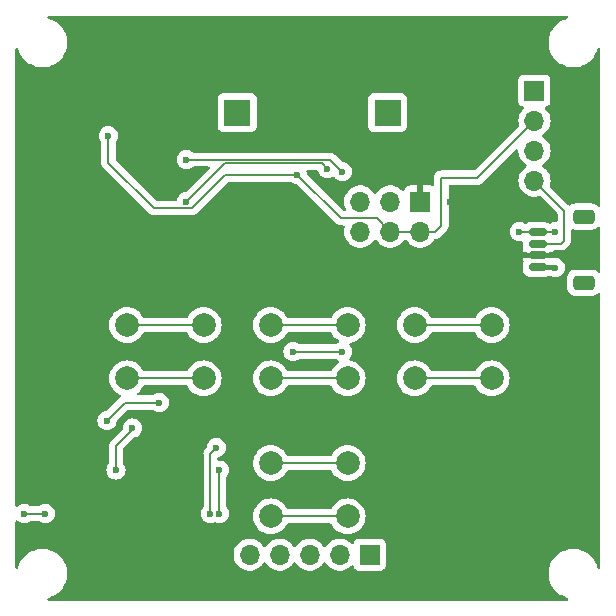
<source format=gbr>
%TF.GenerationSoftware,KiCad,Pcbnew,7.0.8*%
%TF.CreationDate,2024-01-15T19:45:52-06:00*%
%TF.ProjectId,remote,72656d6f-7465-42e6-9b69-6361645f7063,rev?*%
%TF.SameCoordinates,Original*%
%TF.FileFunction,Copper,L1,Top*%
%TF.FilePolarity,Positive*%
%FSLAX46Y46*%
G04 Gerber Fmt 4.6, Leading zero omitted, Abs format (unit mm)*
G04 Created by KiCad (PCBNEW 7.0.8) date 2024-01-15 19:45:52*
%MOMM*%
%LPD*%
G01*
G04 APERTURE LIST*
G04 Aperture macros list*
%AMRoundRect*
0 Rectangle with rounded corners*
0 $1 Rounding radius*
0 $2 $3 $4 $5 $6 $7 $8 $9 X,Y pos of 4 corners*
0 Add a 4 corners polygon primitive as box body*
4,1,4,$2,$3,$4,$5,$6,$7,$8,$9,$2,$3,0*
0 Add four circle primitives for the rounded corners*
1,1,$1+$1,$2,$3*
1,1,$1+$1,$4,$5*
1,1,$1+$1,$6,$7*
1,1,$1+$1,$8,$9*
0 Add four rect primitives between the rounded corners*
20,1,$1+$1,$2,$3,$4,$5,0*
20,1,$1+$1,$4,$5,$6,$7,0*
20,1,$1+$1,$6,$7,$8,$9,0*
20,1,$1+$1,$8,$9,$2,$3,0*%
G04 Aperture macros list end*
%TA.AperFunction,ComponentPad*%
%ADD10O,1.700000X1.700000*%
%TD*%
%TA.AperFunction,ComponentPad*%
%ADD11R,1.700000X1.700000*%
%TD*%
%TA.AperFunction,ComponentPad*%
%ADD12C,2.000000*%
%TD*%
%TA.AperFunction,SMDPad,CuDef*%
%ADD13RoundRect,0.250000X0.650000X-0.350000X0.650000X0.350000X-0.650000X0.350000X-0.650000X-0.350000X0*%
%TD*%
%TA.AperFunction,SMDPad,CuDef*%
%ADD14RoundRect,0.150000X0.625000X-0.150000X0.625000X0.150000X-0.625000X0.150000X-0.625000X-0.150000X0*%
%TD*%
%TA.AperFunction,ComponentPad*%
%ADD15R,2.300000X2.300000*%
%TD*%
%TA.AperFunction,ViaPad*%
%ADD16C,0.600000*%
%TD*%
%TA.AperFunction,Conductor*%
%ADD17C,0.200000*%
%TD*%
%TA.AperFunction,Conductor*%
%ADD18C,0.150000*%
%TD*%
%TA.AperFunction,Conductor*%
%ADD19C,0.127000*%
%TD*%
%TA.AperFunction,Conductor*%
%ADD20C,0.400000*%
%TD*%
G04 APERTURE END LIST*
D10*
%TO.P,J6,5,Pin_5*%
%TO.N,GND*%
X120162000Y-81452000D03*
%TO.P,J6,4,Pin_4*%
%TO.N,/IRQ*%
X122702000Y-81452000D03*
%TO.P,J6,3,Pin_3*%
%TO.N,+5V*%
X125242000Y-81452000D03*
%TO.P,J6,2,Pin_2*%
%TO.N,/SCL*%
X127782000Y-81452000D03*
D11*
%TO.P,J6,1,Pin_1*%
%TO.N,/SDA*%
X130322000Y-81452000D03*
%TD*%
D12*
%TO.P,SW3,1,1*%
%TO.N,Net-(U2-GP2)*%
X134159000Y-62012000D03*
X140659000Y-62012000D03*
%TO.P,SW3,2,2*%
%TO.N,Net-(R3-Pad2)*%
X134159000Y-66512000D03*
X140659000Y-66512000D03*
%TD*%
%TO.P,SW2,1,1*%
%TO.N,Net-(U2-GP3)*%
X121967000Y-73696000D03*
X128467000Y-73696000D03*
%TO.P,SW2,2,2*%
%TO.N,Net-(R3-Pad2)*%
X121967000Y-78196000D03*
X128467000Y-78196000D03*
%TD*%
D13*
%TO.P,J4,MP*%
%TO.N,N/C*%
X148433000Y-52826000D03*
X148433000Y-58426000D03*
D14*
%TO.P,J4,4,Pin_4*%
%TO.N,/SCL*%
X144558000Y-54126000D03*
%TO.P,J4,3,Pin_3*%
%TO.N,/SDA*%
X144558000Y-55126000D03*
%TO.P,J4,2,Pin_2*%
%TO.N,+3V3*%
X144558000Y-56126000D03*
%TO.P,J4,1,Pin_1*%
%TO.N,GND*%
X144558000Y-57126000D03*
%TD*%
D12*
%TO.P,SW4,1,1*%
%TO.N,Net-(U2-GP1)*%
X109780000Y-62012000D03*
X116280000Y-62012000D03*
%TO.P,SW4,2,2*%
%TO.N,Net-(R3-Pad2)*%
X109780000Y-66512000D03*
X116280000Y-66512000D03*
%TD*%
%TO.P,SW1,1,1*%
%TO.N,Net-(U2-GP0)*%
X121967000Y-62012000D03*
X128467000Y-62012000D03*
%TO.P,SW1,2,2*%
%TO.N,Net-(R3-Pad2)*%
X121967000Y-66512000D03*
X128467000Y-66512000D03*
%TD*%
D11*
%TO.P,J3,1,Pin_1*%
%TO.N,+3V3*%
X134605000Y-51557000D03*
D10*
%TO.P,J3,2,Pin_2*%
%TO.N,+5V*%
X134605000Y-54097000D03*
%TO.P,J3,3,Pin_3*%
%TO.N,/SDA*%
X132065000Y-51557000D03*
%TO.P,J3,4,Pin_4*%
%TO.N,+5V*%
X132065000Y-54097000D03*
%TO.P,J3,5,Pin_5*%
%TO.N,/SCL*%
X129525000Y-51557000D03*
%TO.P,J3,6,Pin_6*%
%TO.N,GND*%
X129525000Y-54097000D03*
%TD*%
D11*
%TO.P,J2,1,Pin_1*%
%TO.N,GND*%
X144272000Y-42164000D03*
D10*
%TO.P,J2,2,Pin_2*%
%TO.N,+5V*%
X144272000Y-44704000D03*
%TO.P,J2,3,Pin_3*%
%TO.N,/SCL*%
X144272000Y-47244000D03*
%TO.P,J2,4,Pin_4*%
%TO.N,/SDA*%
X144272000Y-49784000D03*
%TD*%
D15*
%TO.P,J1,9*%
%TO.N,N/C*%
X131838000Y-44022000D03*
%TO.P,J1,8*%
X119098000Y-44022000D03*
%TD*%
D16*
%TO.N,+5V*%
X124206000Y-49276000D03*
%TO.N,Net-(U2-GP2)*%
X128016000Y-64262000D03*
X123825000Y-64262000D03*
%TO.N,GND*%
X112522000Y-68580000D03*
X108077000Y-70104000D03*
%TO.N,+3V3*%
X112776000Y-70485000D03*
%TO.N,/SDA*%
X110236000Y-70739000D03*
X108839000Y-74295000D03*
%TO.N,Net-(U2-GP3)*%
X117602000Y-74295000D03*
%TO.N,Net-(U2-GP2)*%
X117348000Y-72390000D03*
%TO.N,Net-(U2-GP3)*%
X117602000Y-77978000D03*
%TO.N,Net-(U2-GP2)*%
X116840000Y-77978000D03*
%TO.N,+3V3*%
X137160000Y-51562000D03*
X110490000Y-40132000D03*
X108966000Y-51562000D03*
X105664000Y-74930000D03*
X110490000Y-42672000D03*
%TO.N,GND*%
X101092000Y-77978000D03*
X102870000Y-77978000D03*
X146050000Y-57150000D03*
%TO.N,+5V*%
X108204000Y-45974000D03*
%TO.N,/SCL*%
X114808000Y-51562000D03*
X126741000Y-48773000D03*
X143002000Y-54102000D03*
X146050000Y-54102000D03*
%TO.N,/SDA*%
X128016000Y-49022000D03*
X114808000Y-48006000D03*
%TD*%
D17*
%TO.N,+5V*%
X115297000Y-52089000D02*
X118110000Y-49276000D01*
X112033000Y-52089000D02*
X115297000Y-52089000D01*
X118110000Y-49276000D02*
X124206000Y-49276000D01*
X108204000Y-45974000D02*
X108204000Y-48260000D01*
X108204000Y-48260000D02*
X112033000Y-52089000D01*
X130927000Y-52959000D02*
X127889000Y-52959000D01*
X127889000Y-52959000D02*
X124206000Y-49276000D01*
X132065000Y-54097000D02*
X130927000Y-52959000D01*
D18*
%TO.N,/SCL*%
X118087000Y-48283000D02*
X126251000Y-48283000D01*
X126251000Y-48283000D02*
X126741000Y-48773000D01*
X114808000Y-51562000D02*
X118087000Y-48283000D01*
D17*
%TO.N,Net-(U2-GP2)*%
X123825000Y-64262000D02*
X128016000Y-64262000D01*
%TO.N,GND*%
X109601000Y-68580000D02*
X108077000Y-70104000D01*
X112522000Y-68580000D02*
X109601000Y-68580000D01*
D19*
%TO.N,/SDA*%
X108839000Y-72263000D02*
X110236000Y-70866000D01*
X108839000Y-74295000D02*
X108839000Y-72263000D01*
D18*
%TO.N,Net-(U2-GP3)*%
X117602000Y-74295000D02*
X117602000Y-74422000D01*
%TO.N,Net-(U2-GP2)*%
X116840000Y-72898000D02*
X117348000Y-72390000D01*
X116840000Y-77978000D02*
X116840000Y-72898000D01*
%TO.N,Net-(U2-GP3)*%
X117602000Y-77978000D02*
X117602000Y-74295000D01*
D19*
%TO.N,+3V3*%
X144558000Y-56126000D02*
X144550000Y-56134000D01*
D20*
%TO.N,GND*%
X144558000Y-57126000D02*
X146026000Y-57126000D01*
D17*
X102870000Y-77978000D02*
X101092000Y-77978000D01*
D20*
X146050000Y-57150000D02*
X146026000Y-57126000D01*
D17*
%TO.N,+5V*%
X136398000Y-49530000D02*
X136398000Y-53594000D01*
X139446000Y-49530000D02*
X144272000Y-44704000D01*
D19*
X132065000Y-54097000D02*
X134605000Y-54097000D01*
D17*
X135895000Y-54097000D02*
X134605000Y-54097000D01*
X136398000Y-53594000D02*
X135895000Y-54097000D01*
X136398000Y-49530000D02*
X139446000Y-49530000D01*
D19*
%TO.N,/SCL*%
X144582000Y-54102000D02*
X144558000Y-54126000D01*
X146050000Y-54102000D02*
X144582000Y-54102000D01*
X144534000Y-54102000D02*
X144558000Y-54126000D01*
X143002000Y-54102000D02*
X144534000Y-54102000D01*
%TO.N,/SDA*%
X144558000Y-55126000D02*
X146550000Y-55126000D01*
X146550000Y-55126000D02*
X146812000Y-54864000D01*
D18*
X127000000Y-48006000D02*
X114808000Y-48006000D01*
D19*
X146812000Y-54864000D02*
X146812000Y-52324000D01*
D18*
X128016000Y-49022000D02*
X127000000Y-48006000D01*
D19*
X146812000Y-52324000D02*
X144272000Y-49784000D01*
D17*
%TO.N,Net-(R3-Pad2)*%
X134159000Y-66512000D02*
X140659000Y-66512000D01*
X109780000Y-66512000D02*
X116280000Y-66512000D01*
X128467000Y-78196000D02*
X121967000Y-78196000D01*
X121967000Y-66512000D02*
X128467000Y-66512000D01*
D19*
%TO.N,Net-(U2-GP0)*%
X121967000Y-62012000D02*
X128467000Y-62012000D01*
%TO.N,Net-(U2-GP3)*%
X121967000Y-73696000D02*
X128467000Y-73696000D01*
%TO.N,Net-(U2-GP2)*%
X134159000Y-62012000D02*
X140659000Y-62012000D01*
%TO.N,Net-(U2-GP1)*%
X109780000Y-62012000D02*
X116280000Y-62012000D01*
%TD*%
%TA.AperFunction,Conductor*%
%TO.N,+3V3*%
G36*
X147093214Y-35834002D02*
G01*
X147139707Y-35887658D01*
X147149811Y-35957932D01*
X147120317Y-36022512D01*
X147060591Y-36060896D01*
X147050732Y-36063363D01*
X147042254Y-36065125D01*
X147005974Y-36072664D01*
X147005966Y-36072666D01*
X146735196Y-36168898D01*
X146480061Y-36301100D01*
X146245302Y-36466811D01*
X146035294Y-36662944D01*
X146035184Y-36663080D01*
X145853945Y-36885853D01*
X145828337Y-36927964D01*
X145704639Y-37131375D01*
X145590157Y-37394939D01*
X145512628Y-37671642D01*
X145473500Y-37956311D01*
X145473500Y-38243688D01*
X145512628Y-38528357D01*
X145544852Y-38643365D01*
X145590156Y-38805058D01*
X145704639Y-39068625D01*
X145853945Y-39314147D01*
X146035292Y-39537053D01*
X146245302Y-39733189D01*
X146480064Y-39898901D01*
X146586030Y-39953808D01*
X146735196Y-40031101D01*
X146735199Y-40031102D01*
X146735203Y-40031104D01*
X147005968Y-40127334D01*
X147287314Y-40185798D01*
X147287325Y-40185798D01*
X147287327Y-40185799D01*
X147420198Y-40194887D01*
X147502248Y-40200500D01*
X147502249Y-40200500D01*
X147645751Y-40200500D01*
X147645752Y-40200500D01*
X147778469Y-40191421D01*
X147860672Y-40185799D01*
X147860672Y-40185798D01*
X147860686Y-40185798D01*
X148142032Y-40127334D01*
X148412797Y-40031104D01*
X148667936Y-39898901D01*
X148902698Y-39733189D01*
X149112708Y-39537053D01*
X149294055Y-39314147D01*
X149443361Y-39068625D01*
X149557844Y-38805058D01*
X149612672Y-38609369D01*
X149650311Y-38549173D01*
X149714521Y-38518880D01*
X149784915Y-38528110D01*
X149839144Y-38573933D01*
X149859990Y-38641800D01*
X149860000Y-38643365D01*
X149860000Y-51876127D01*
X149839998Y-51944248D01*
X149786342Y-51990741D01*
X149716068Y-52000845D01*
X149651488Y-51971351D01*
X149644905Y-51965222D01*
X149556658Y-51876975D01*
X149556652Y-51876970D01*
X149526213Y-51858195D01*
X149405738Y-51783885D01*
X149265278Y-51737342D01*
X149237427Y-51728113D01*
X149237420Y-51728112D01*
X149133553Y-51717500D01*
X147732455Y-51717500D01*
X147628574Y-51728112D01*
X147460261Y-51783885D01*
X147310368Y-51876341D01*
X147241888Y-51895078D01*
X147174150Y-51873819D01*
X147155126Y-51858195D01*
X145604292Y-50307361D01*
X145570266Y-50245049D01*
X145571242Y-50187336D01*
X145616564Y-50008368D01*
X145635156Y-49784000D01*
X145616564Y-49559632D01*
X145578447Y-49409111D01*
X145561297Y-49341387D01*
X145561296Y-49341386D01*
X145561296Y-49341384D01*
X145470860Y-49135209D01*
X145444560Y-49094954D01*
X145347724Y-48946734D01*
X145347720Y-48946729D01*
X145216875Y-48804596D01*
X145195240Y-48781094D01*
X145195239Y-48781093D01*
X145195237Y-48781091D01*
X145083326Y-48693987D01*
X145017576Y-48642811D01*
X145016284Y-48642112D01*
X144984320Y-48624814D01*
X144933929Y-48574802D01*
X144918576Y-48505485D01*
X144943136Y-48438872D01*
X144984320Y-48403186D01*
X145017576Y-48385189D01*
X145195240Y-48246906D01*
X145347722Y-48081268D01*
X145470860Y-47892791D01*
X145561296Y-47686616D01*
X145616564Y-47468368D01*
X145635156Y-47244000D01*
X145616564Y-47019632D01*
X145561296Y-46801384D01*
X145470860Y-46595209D01*
X145439460Y-46547148D01*
X145347724Y-46406734D01*
X145347720Y-46406729D01*
X145195237Y-46241091D01*
X145084688Y-46155047D01*
X145017576Y-46102811D01*
X144984319Y-46084813D01*
X144933929Y-46034802D01*
X144918576Y-45965485D01*
X144943136Y-45898872D01*
X144984320Y-45863186D01*
X145017576Y-45845189D01*
X145195240Y-45706906D01*
X145347722Y-45541268D01*
X145470860Y-45352791D01*
X145561296Y-45146616D01*
X145616564Y-44928368D01*
X145635156Y-44704000D01*
X145616564Y-44479632D01*
X145561296Y-44261384D01*
X145470860Y-44055209D01*
X145464140Y-44044924D01*
X145347724Y-43866734D01*
X145347719Y-43866729D01*
X145204524Y-43711179D01*
X145173103Y-43647514D01*
X145181090Y-43576968D01*
X145225948Y-43521939D01*
X145253183Y-43507789D01*
X145368204Y-43464889D01*
X145485261Y-43377261D01*
X145572889Y-43260204D01*
X145623989Y-43123201D01*
X145630500Y-43062638D01*
X145630500Y-41265362D01*
X145630499Y-41265350D01*
X145623990Y-41204803D01*
X145623988Y-41204795D01*
X145572889Y-41067797D01*
X145572887Y-41067792D01*
X145485261Y-40950738D01*
X145368207Y-40863112D01*
X145368202Y-40863110D01*
X145231204Y-40812011D01*
X145231196Y-40812009D01*
X145170649Y-40805500D01*
X145170638Y-40805500D01*
X143373362Y-40805500D01*
X143373350Y-40805500D01*
X143312803Y-40812009D01*
X143312795Y-40812011D01*
X143175797Y-40863110D01*
X143175792Y-40863112D01*
X143058738Y-40950738D01*
X142971112Y-41067792D01*
X142971110Y-41067797D01*
X142920011Y-41204795D01*
X142920009Y-41204803D01*
X142913500Y-41265350D01*
X142913500Y-43062649D01*
X142920009Y-43123196D01*
X142920011Y-43123204D01*
X142971110Y-43260202D01*
X142971112Y-43260207D01*
X143058738Y-43377261D01*
X143175791Y-43464886D01*
X143175792Y-43464886D01*
X143175796Y-43464889D01*
X143290810Y-43507787D01*
X143347642Y-43550332D01*
X143372453Y-43616852D01*
X143357362Y-43686226D01*
X143339475Y-43711179D01*
X143196280Y-43866729D01*
X143196275Y-43866734D01*
X143073141Y-44055206D01*
X142982703Y-44261386D01*
X142982702Y-44261387D01*
X142927437Y-44479624D01*
X142908844Y-44704000D01*
X142927436Y-44928369D01*
X142962326Y-45066147D01*
X142959658Y-45137094D01*
X142929276Y-45186173D01*
X139230856Y-48884595D01*
X139168544Y-48918620D01*
X139141761Y-48921500D01*
X136442018Y-48921500D01*
X136433786Y-48920960D01*
X136398001Y-48916249D01*
X136398000Y-48916249D01*
X136358115Y-48921500D01*
X136342454Y-48923561D01*
X136239151Y-48937161D01*
X136091126Y-48998475D01*
X136091118Y-48998480D01*
X135964014Y-49096011D01*
X135866477Y-49223121D01*
X135805161Y-49371151D01*
X135784249Y-49529999D01*
X135784249Y-49530000D01*
X135788960Y-49565786D01*
X135789500Y-49574018D01*
X135789500Y-50108102D01*
X135769498Y-50176223D01*
X135715842Y-50222716D01*
X135645568Y-50232820D01*
X135619469Y-50226158D01*
X135564095Y-50205505D01*
X135564096Y-50205505D01*
X135503597Y-50199000D01*
X134859000Y-50199000D01*
X134859000Y-51123325D01*
X134747315Y-51072320D01*
X134640763Y-51057000D01*
X134569237Y-51057000D01*
X134462685Y-51072320D01*
X134351000Y-51123325D01*
X134351000Y-50199000D01*
X133706402Y-50199000D01*
X133645906Y-50205505D01*
X133509035Y-50256555D01*
X133509034Y-50256555D01*
X133392095Y-50344095D01*
X133304555Y-50461034D01*
X133304553Y-50461039D01*
X133260380Y-50579470D01*
X133217833Y-50636306D01*
X133151313Y-50661116D01*
X133081939Y-50646024D01*
X133049626Y-50620777D01*
X132988240Y-50554094D01*
X132988239Y-50554093D01*
X132988237Y-50554091D01*
X132868684Y-50461039D01*
X132810576Y-50415811D01*
X132612574Y-50308658D01*
X132612572Y-50308657D01*
X132612571Y-50308656D01*
X132399639Y-50235557D01*
X132399630Y-50235555D01*
X132343315Y-50226158D01*
X132177569Y-50198500D01*
X131952431Y-50198500D01*
X131804211Y-50223233D01*
X131730369Y-50235555D01*
X131730360Y-50235557D01*
X131517428Y-50308656D01*
X131517426Y-50308658D01*
X131319426Y-50415810D01*
X131319424Y-50415811D01*
X131141762Y-50554091D01*
X130989279Y-50719729D01*
X130900483Y-50855643D01*
X130846479Y-50901731D01*
X130776131Y-50911306D01*
X130711774Y-50881329D01*
X130689517Y-50855643D01*
X130632769Y-50768783D01*
X130600722Y-50719732D01*
X130600721Y-50719731D01*
X130600720Y-50719729D01*
X130448237Y-50554091D01*
X130328684Y-50461039D01*
X130270576Y-50415811D01*
X130072574Y-50308658D01*
X130072572Y-50308657D01*
X130072571Y-50308656D01*
X129859639Y-50235557D01*
X129859630Y-50235555D01*
X129803315Y-50226158D01*
X129637569Y-50198500D01*
X129412431Y-50198500D01*
X129264211Y-50223233D01*
X129190369Y-50235555D01*
X129190360Y-50235557D01*
X128977428Y-50308656D01*
X128977426Y-50308658D01*
X128779426Y-50415810D01*
X128779424Y-50415811D01*
X128601762Y-50554091D01*
X128449279Y-50719729D01*
X128449275Y-50719734D01*
X128326141Y-50908206D01*
X128235703Y-51114386D01*
X128235702Y-51114387D01*
X128180437Y-51332624D01*
X128180436Y-51332630D01*
X128180436Y-51332632D01*
X128161844Y-51557000D01*
X128179232Y-51766844D01*
X128180437Y-51781375D01*
X128235702Y-51999612D01*
X128235703Y-51999613D01*
X128235704Y-51999616D01*
X128254155Y-52041680D01*
X128312146Y-52173887D01*
X128321192Y-52244305D01*
X128290731Y-52308435D01*
X128230435Y-52345916D01*
X128196758Y-52350500D01*
X128193239Y-52350500D01*
X128125118Y-52330498D01*
X128104144Y-52313595D01*
X125044832Y-49254283D01*
X125010806Y-49191971D01*
X125008720Y-49179306D01*
X124999217Y-49094953D01*
X124977929Y-49034115D01*
X124974310Y-48963211D01*
X125009599Y-48901605D01*
X125072592Y-48868859D01*
X125096858Y-48866500D01*
X125827748Y-48866500D01*
X125895869Y-48886502D01*
X125942362Y-48940158D01*
X125946677Y-48950885D01*
X125947782Y-48954045D01*
X125947783Y-48954047D01*
X125963331Y-48998480D01*
X126007957Y-49126015D01*
X126007958Y-49126018D01*
X126104887Y-49280279D01*
X126104888Y-49280281D01*
X126233718Y-49409111D01*
X126233720Y-49409112D01*
X126387981Y-49506041D01*
X126387982Y-49506041D01*
X126387985Y-49506043D01*
X126559953Y-49566217D01*
X126741000Y-49586616D01*
X126922047Y-49566217D01*
X127094015Y-49506043D01*
X127181815Y-49450874D01*
X127250134Y-49431569D01*
X127318048Y-49452264D01*
X127355538Y-49490527D01*
X127379889Y-49529282D01*
X127508718Y-49658111D01*
X127508720Y-49658112D01*
X127662981Y-49755041D01*
X127662982Y-49755041D01*
X127662985Y-49755043D01*
X127834953Y-49815217D01*
X128016000Y-49835616D01*
X128197047Y-49815217D01*
X128369015Y-49755043D01*
X128523281Y-49658111D01*
X128652111Y-49529281D01*
X128749043Y-49375015D01*
X128809217Y-49203047D01*
X128829616Y-49022000D01*
X128809217Y-48840953D01*
X128749043Y-48668985D01*
X128749041Y-48668982D01*
X128749041Y-48668981D01*
X128652112Y-48514720D01*
X128652111Y-48514718D01*
X128523281Y-48385888D01*
X128523279Y-48385887D01*
X128369018Y-48288958D01*
X128369015Y-48288957D01*
X128286260Y-48260000D01*
X128197047Y-48228783D01*
X128097052Y-48217516D01*
X128072857Y-48214790D01*
X128007404Y-48187286D01*
X127997870Y-48178677D01*
X127774954Y-47955761D01*
X127442556Y-47623363D01*
X127437129Y-47617175D01*
X127416157Y-47589843D01*
X127416155Y-47589842D01*
X127416155Y-47589841D01*
X127334897Y-47527490D01*
X127294267Y-47496314D01*
X127152324Y-47437519D01*
X127152322Y-47437518D01*
X127055538Y-47424776D01*
X127038244Y-47422500D01*
X127000000Y-47417465D01*
X126999999Y-47417465D01*
X126965854Y-47421960D01*
X126957622Y-47422500D01*
X115420083Y-47422500D01*
X115351962Y-47402498D01*
X115330988Y-47385595D01*
X115315281Y-47369888D01*
X115315279Y-47369887D01*
X115161018Y-47272958D01*
X115161015Y-47272957D01*
X114989050Y-47212784D01*
X114989049Y-47212783D01*
X114989047Y-47212783D01*
X114808000Y-47192384D01*
X114626953Y-47212783D01*
X114626950Y-47212783D01*
X114626949Y-47212784D01*
X114454984Y-47272957D01*
X114454981Y-47272958D01*
X114300720Y-47369887D01*
X114300718Y-47369888D01*
X114171888Y-47498718D01*
X114171887Y-47498720D01*
X114074958Y-47652981D01*
X114074957Y-47652984D01*
X114074957Y-47652985D01*
X114014783Y-47824953D01*
X113994384Y-48006000D01*
X114014783Y-48187047D01*
X114014783Y-48187049D01*
X114014784Y-48187050D01*
X114074957Y-48359015D01*
X114074958Y-48359018D01*
X114171887Y-48513279D01*
X114171888Y-48513281D01*
X114300718Y-48642111D01*
X114300720Y-48642112D01*
X114454981Y-48739041D01*
X114454982Y-48739041D01*
X114454985Y-48739043D01*
X114626953Y-48799217D01*
X114808000Y-48819616D01*
X114989047Y-48799217D01*
X115161015Y-48739043D01*
X115315281Y-48642111D01*
X115330988Y-48626405D01*
X115393300Y-48592379D01*
X115420083Y-48589500D01*
X116651117Y-48589500D01*
X116719238Y-48609502D01*
X116765731Y-48663158D01*
X116775835Y-48733432D01*
X116746341Y-48798012D01*
X116740226Y-48804580D01*
X115299757Y-50245049D01*
X114826128Y-50718678D01*
X114763816Y-50752703D01*
X114751142Y-50754790D01*
X114715994Y-50758750D01*
X114626953Y-50768783D01*
X114626950Y-50768783D01*
X114626949Y-50768784D01*
X114454984Y-50828957D01*
X114454981Y-50828958D01*
X114300720Y-50925887D01*
X114300718Y-50925888D01*
X114171888Y-51054718D01*
X114171887Y-51054720D01*
X114074958Y-51208981D01*
X114074957Y-51208984D01*
X114014781Y-51380958D01*
X114014418Y-51382549D01*
X114013901Y-51383471D01*
X114012446Y-51387632D01*
X114011716Y-51387376D01*
X113979754Y-51444508D01*
X113917095Y-51477890D01*
X113891580Y-51480500D01*
X112337239Y-51480500D01*
X112269118Y-51460498D01*
X112248144Y-51443595D01*
X108849405Y-48044856D01*
X108815379Y-47982544D01*
X108812500Y-47955761D01*
X108812500Y-46559993D01*
X108832502Y-46491872D01*
X108839999Y-46481421D01*
X108840104Y-46481287D01*
X108840111Y-46481281D01*
X108937043Y-46327015D01*
X108997217Y-46155047D01*
X109017616Y-45974000D01*
X108997217Y-45792953D01*
X108937043Y-45620985D01*
X108937041Y-45620982D01*
X108937041Y-45620981D01*
X108840112Y-45466720D01*
X108840111Y-45466718D01*
X108711281Y-45337888D01*
X108711279Y-45337887D01*
X108557018Y-45240958D01*
X108557015Y-45240957D01*
X108498978Y-45220649D01*
X117439500Y-45220649D01*
X117446009Y-45281196D01*
X117446011Y-45281204D01*
X117497110Y-45418202D01*
X117497112Y-45418207D01*
X117584738Y-45535261D01*
X117701792Y-45622887D01*
X117701794Y-45622888D01*
X117701796Y-45622889D01*
X117760875Y-45644924D01*
X117838795Y-45673988D01*
X117838803Y-45673990D01*
X117899350Y-45680499D01*
X117899355Y-45680499D01*
X117899362Y-45680500D01*
X117899368Y-45680500D01*
X120296632Y-45680500D01*
X120296638Y-45680500D01*
X120296645Y-45680499D01*
X120296649Y-45680499D01*
X120357196Y-45673990D01*
X120357199Y-45673989D01*
X120357201Y-45673989D01*
X120494204Y-45622889D01*
X120496748Y-45620985D01*
X120611261Y-45535261D01*
X120698887Y-45418207D01*
X120698887Y-45418206D01*
X120698889Y-45418204D01*
X120749989Y-45281201D01*
X120754316Y-45240958D01*
X120756499Y-45220649D01*
X130179500Y-45220649D01*
X130186009Y-45281196D01*
X130186011Y-45281204D01*
X130237110Y-45418202D01*
X130237112Y-45418207D01*
X130324738Y-45535261D01*
X130441792Y-45622887D01*
X130441794Y-45622888D01*
X130441796Y-45622889D01*
X130500875Y-45644924D01*
X130578795Y-45673988D01*
X130578803Y-45673990D01*
X130639350Y-45680499D01*
X130639355Y-45680499D01*
X130639362Y-45680500D01*
X130639368Y-45680500D01*
X133036632Y-45680500D01*
X133036638Y-45680500D01*
X133036645Y-45680499D01*
X133036649Y-45680499D01*
X133097196Y-45673990D01*
X133097199Y-45673989D01*
X133097201Y-45673989D01*
X133234204Y-45622889D01*
X133236748Y-45620985D01*
X133351261Y-45535261D01*
X133438887Y-45418207D01*
X133438887Y-45418206D01*
X133438889Y-45418204D01*
X133489989Y-45281201D01*
X133494316Y-45240958D01*
X133496499Y-45220649D01*
X133496500Y-45220632D01*
X133496500Y-42823367D01*
X133496499Y-42823350D01*
X133489990Y-42762803D01*
X133489988Y-42762795D01*
X133438889Y-42625797D01*
X133438887Y-42625792D01*
X133351261Y-42508738D01*
X133234207Y-42421112D01*
X133234202Y-42421110D01*
X133097204Y-42370011D01*
X133097196Y-42370009D01*
X133036649Y-42363500D01*
X133036638Y-42363500D01*
X130639362Y-42363500D01*
X130639350Y-42363500D01*
X130578803Y-42370009D01*
X130578795Y-42370011D01*
X130441797Y-42421110D01*
X130441792Y-42421112D01*
X130324738Y-42508738D01*
X130237112Y-42625792D01*
X130237110Y-42625797D01*
X130186011Y-42762795D01*
X130186009Y-42762803D01*
X130179500Y-42823350D01*
X130179500Y-45220649D01*
X120756499Y-45220649D01*
X120756500Y-45220632D01*
X120756500Y-42823367D01*
X120756499Y-42823350D01*
X120749990Y-42762803D01*
X120749988Y-42762795D01*
X120698889Y-42625797D01*
X120698887Y-42625792D01*
X120611261Y-42508738D01*
X120494207Y-42421112D01*
X120494202Y-42421110D01*
X120357204Y-42370011D01*
X120357196Y-42370009D01*
X120296649Y-42363500D01*
X120296638Y-42363500D01*
X117899362Y-42363500D01*
X117899350Y-42363500D01*
X117838803Y-42370009D01*
X117838795Y-42370011D01*
X117701797Y-42421110D01*
X117701792Y-42421112D01*
X117584738Y-42508738D01*
X117497112Y-42625792D01*
X117497110Y-42625797D01*
X117446011Y-42762795D01*
X117446009Y-42762803D01*
X117439500Y-42823350D01*
X117439500Y-45220649D01*
X108498978Y-45220649D01*
X108385050Y-45180784D01*
X108385049Y-45180783D01*
X108385047Y-45180783D01*
X108204000Y-45160384D01*
X108022953Y-45180783D01*
X108022950Y-45180783D01*
X108022949Y-45180784D01*
X107850984Y-45240957D01*
X107850981Y-45240958D01*
X107696720Y-45337887D01*
X107696718Y-45337888D01*
X107567888Y-45466718D01*
X107567887Y-45466720D01*
X107470958Y-45620981D01*
X107470957Y-45620984D01*
X107452410Y-45673990D01*
X107410783Y-45792953D01*
X107390384Y-45974000D01*
X107410783Y-46155047D01*
X107410783Y-46155049D01*
X107410784Y-46155050D01*
X107470957Y-46327015D01*
X107470958Y-46327018D01*
X107567883Y-46481273D01*
X107568001Y-46481421D01*
X107568047Y-46481534D01*
X107571653Y-46487273D01*
X107570648Y-46487904D01*
X107594844Y-46547148D01*
X107595500Y-46559993D01*
X107595500Y-48215988D01*
X107594960Y-48224219D01*
X107591973Y-48246908D01*
X107590250Y-48260000D01*
X107595500Y-48299879D01*
X107595500Y-48299885D01*
X107603285Y-48359015D01*
X107606823Y-48385889D01*
X107611161Y-48418849D01*
X107611162Y-48418850D01*
X107672475Y-48566874D01*
X107672480Y-48566882D01*
X107689551Y-48589129D01*
X107730743Y-48642811D01*
X107745525Y-48662074D01*
X107770014Y-48693988D01*
X107798651Y-48715962D01*
X107804844Y-48721393D01*
X111571605Y-52488154D01*
X111577037Y-52494348D01*
X111580568Y-52498949D01*
X111599013Y-52522987D01*
X111628836Y-52545871D01*
X111628873Y-52545901D01*
X111726117Y-52620519D01*
X111726124Y-52620524D01*
X111874149Y-52681838D01*
X111893543Y-52684391D01*
X111993115Y-52697500D01*
X111993120Y-52697500D01*
X112033000Y-52702750D01*
X112068792Y-52698038D01*
X112077014Y-52697500D01*
X115252988Y-52697500D01*
X115261219Y-52698040D01*
X115273549Y-52699662D01*
X115297000Y-52702750D01*
X115336880Y-52697500D01*
X115336885Y-52697500D01*
X115414791Y-52687243D01*
X115436457Y-52684391D01*
X115440335Y-52683880D01*
X115455851Y-52681838D01*
X115603876Y-52620524D01*
X115699072Y-52547477D01*
X115699072Y-52547476D01*
X115707291Y-52541170D01*
X115707300Y-52541162D01*
X115730987Y-52522987D01*
X115752965Y-52494344D01*
X115758384Y-52488163D01*
X118325144Y-49921405D01*
X118387456Y-49887379D01*
X118414239Y-49884500D01*
X123620006Y-49884500D01*
X123688127Y-49904502D01*
X123698570Y-49911992D01*
X123698725Y-49912116D01*
X123852981Y-50009041D01*
X123852982Y-50009041D01*
X123852985Y-50009043D01*
X124024953Y-50069217D01*
X124109296Y-50078719D01*
X124174747Y-50106221D01*
X124184283Y-50114832D01*
X127427605Y-53358154D01*
X127433037Y-53364348D01*
X127441406Y-53375254D01*
X127455013Y-53392987D01*
X127468430Y-53403282D01*
X127484836Y-53415871D01*
X127484873Y-53415901D01*
X127582117Y-53490519D01*
X127582124Y-53490524D01*
X127730149Y-53551838D01*
X127747483Y-53554120D01*
X127888999Y-53572751D01*
X127889000Y-53572751D01*
X127889001Y-53572751D01*
X127924789Y-53568040D01*
X127933020Y-53567500D01*
X128095821Y-53567500D01*
X128163942Y-53587502D01*
X128210435Y-53641158D01*
X128220539Y-53711432D01*
X128217965Y-53724431D01*
X128180437Y-53872624D01*
X128180436Y-53872630D01*
X128180436Y-53872632D01*
X128170207Y-53996072D01*
X128161844Y-54097000D01*
X128180437Y-54321375D01*
X128235702Y-54539612D01*
X128235703Y-54539613D01*
X128235704Y-54539616D01*
X128308467Y-54705500D01*
X128326141Y-54745793D01*
X128449275Y-54934265D01*
X128449279Y-54934270D01*
X128601762Y-55099908D01*
X128656331Y-55142381D01*
X128779424Y-55238189D01*
X128977426Y-55345342D01*
X128977427Y-55345342D01*
X128977428Y-55345343D01*
X129077883Y-55379829D01*
X129190365Y-55418444D01*
X129412431Y-55455500D01*
X129412435Y-55455500D01*
X129637565Y-55455500D01*
X129637569Y-55455500D01*
X129859635Y-55418444D01*
X130072574Y-55345342D01*
X130270576Y-55238189D01*
X130448240Y-55099906D01*
X130600722Y-54934268D01*
X130689518Y-54798354D01*
X130743520Y-54752268D01*
X130813868Y-54742692D01*
X130878225Y-54772669D01*
X130900480Y-54798353D01*
X130924450Y-54835041D01*
X130989275Y-54934265D01*
X130989279Y-54934270D01*
X131141762Y-55099908D01*
X131196331Y-55142381D01*
X131319424Y-55238189D01*
X131517426Y-55345342D01*
X131517427Y-55345342D01*
X131517428Y-55345343D01*
X131617883Y-55379829D01*
X131730365Y-55418444D01*
X131952431Y-55455500D01*
X131952435Y-55455500D01*
X132177565Y-55455500D01*
X132177569Y-55455500D01*
X132399635Y-55418444D01*
X132612574Y-55345342D01*
X132810576Y-55238189D01*
X132988240Y-55099906D01*
X133140722Y-54934268D01*
X133229518Y-54798354D01*
X133283520Y-54752268D01*
X133353868Y-54742692D01*
X133418225Y-54772669D01*
X133440480Y-54798353D01*
X133464450Y-54835041D01*
X133529275Y-54934265D01*
X133529279Y-54934270D01*
X133681762Y-55099908D01*
X133736331Y-55142381D01*
X133859424Y-55238189D01*
X134057426Y-55345342D01*
X134057427Y-55345342D01*
X134057428Y-55345343D01*
X134157883Y-55379829D01*
X134270365Y-55418444D01*
X134492431Y-55455500D01*
X134492435Y-55455500D01*
X134717565Y-55455500D01*
X134717569Y-55455500D01*
X134939635Y-55418444D01*
X135152574Y-55345342D01*
X135350576Y-55238189D01*
X135528240Y-55099906D01*
X135680722Y-54934268D01*
X135745549Y-54835043D01*
X135789458Y-54767835D01*
X135843461Y-54721746D01*
X135886894Y-54712468D01*
X135886810Y-54711828D01*
X135894849Y-54710769D01*
X135894941Y-54710750D01*
X135894998Y-54710750D01*
X135894998Y-54710749D01*
X135895000Y-54710750D01*
X135934880Y-54705500D01*
X135934885Y-54705500D01*
X136012791Y-54695243D01*
X136034457Y-54692391D01*
X136038335Y-54691880D01*
X136053851Y-54689838D01*
X136201876Y-54628524D01*
X136297072Y-54555477D01*
X136297072Y-54555476D01*
X136305291Y-54549170D01*
X136305300Y-54549162D01*
X136328987Y-54530987D01*
X136350965Y-54502344D01*
X136356384Y-54496163D01*
X136797160Y-54055387D01*
X136803341Y-54049966D01*
X136831987Y-54027987D01*
X136856474Y-53996074D01*
X136856477Y-53996072D01*
X136911866Y-53923887D01*
X136914121Y-53920949D01*
X136916280Y-53918134D01*
X136929524Y-53900875D01*
X136990838Y-53752850D01*
X137006500Y-53633885D01*
X137006500Y-53633877D01*
X137011750Y-53594000D01*
X137008953Y-53572751D01*
X137007040Y-53558219D01*
X137006500Y-53549988D01*
X137006500Y-50264500D01*
X137026502Y-50196379D01*
X137080158Y-50149886D01*
X137132500Y-50138500D01*
X139401988Y-50138500D01*
X139410219Y-50139040D01*
X139422549Y-50140662D01*
X139446000Y-50143750D01*
X139485880Y-50138500D01*
X139485885Y-50138500D01*
X139563791Y-50128243D01*
X139585457Y-50125391D01*
X139589335Y-50124880D01*
X139604851Y-50122838D01*
X139752876Y-50061524D01*
X139848072Y-49988477D01*
X139848072Y-49988476D01*
X139856291Y-49982170D01*
X139856300Y-49982162D01*
X139879987Y-49963987D01*
X139901965Y-49935344D01*
X139907384Y-49929163D01*
X142694373Y-47142174D01*
X142756683Y-47108150D01*
X142827498Y-47113215D01*
X142884334Y-47155762D01*
X142909145Y-47222282D01*
X142909037Y-47241660D01*
X142908844Y-47243992D01*
X142908844Y-47243995D01*
X142908844Y-47244000D01*
X142923635Y-47422500D01*
X142927437Y-47468375D01*
X142982702Y-47686612D01*
X142982703Y-47686613D01*
X143073141Y-47892793D01*
X143196275Y-48081265D01*
X143196279Y-48081270D01*
X143348762Y-48246908D01*
X143365580Y-48259998D01*
X143526424Y-48385189D01*
X143559680Y-48403186D01*
X143610071Y-48453200D01*
X143625423Y-48522516D01*
X143600862Y-48589129D01*
X143559680Y-48624813D01*
X143526426Y-48642810D01*
X143526424Y-48642811D01*
X143348762Y-48781091D01*
X143196279Y-48946729D01*
X143196275Y-48946734D01*
X143073141Y-49135206D01*
X142982703Y-49341386D01*
X142982702Y-49341387D01*
X142927437Y-49559624D01*
X142927436Y-49559630D01*
X142927436Y-49559632D01*
X142908844Y-49784000D01*
X142925265Y-49982170D01*
X142927437Y-50008375D01*
X142982702Y-50226612D01*
X142982703Y-50226613D01*
X142982704Y-50226616D01*
X143018122Y-50307361D01*
X143073141Y-50432793D01*
X143196275Y-50621265D01*
X143196279Y-50621270D01*
X143348762Y-50786908D01*
X143402787Y-50828957D01*
X143526424Y-50925189D01*
X143724426Y-51032342D01*
X143724427Y-51032342D01*
X143724428Y-51032343D01*
X143789605Y-51054718D01*
X143937365Y-51105444D01*
X144159431Y-51142500D01*
X144159435Y-51142500D01*
X144384565Y-51142500D01*
X144384569Y-51142500D01*
X144606635Y-51105444D01*
X144664662Y-51085522D01*
X144735586Y-51082321D01*
X144794670Y-51115600D01*
X146203095Y-52524025D01*
X146237121Y-52586337D01*
X146240000Y-52613120D01*
X146240000Y-53168797D01*
X146219998Y-53236918D01*
X146166342Y-53283411D01*
X146099894Y-53294005D01*
X146050001Y-53288384D01*
X146050000Y-53288384D01*
X145868953Y-53308783D01*
X145868950Y-53308783D01*
X145868949Y-53308784D01*
X145696984Y-53368957D01*
X145696983Y-53368957D01*
X145642355Y-53403282D01*
X145574033Y-53422587D01*
X145511180Y-53405047D01*
X145446603Y-53366856D01*
X145446602Y-53366855D01*
X145446601Y-53366855D01*
X145360880Y-53341951D01*
X145286829Y-53320437D01*
X145249506Y-53317500D01*
X145249502Y-53317500D01*
X143866498Y-53317500D01*
X143866494Y-53317500D01*
X143829170Y-53320437D01*
X143669397Y-53366855D01*
X143571848Y-53424546D01*
X143503031Y-53442005D01*
X143440673Y-53422779D01*
X143355017Y-53368958D01*
X143355015Y-53368957D01*
X143183050Y-53308784D01*
X143183049Y-53308783D01*
X143183047Y-53308783D01*
X143002000Y-53288384D01*
X142820953Y-53308783D01*
X142820950Y-53308783D01*
X142820949Y-53308784D01*
X142648984Y-53368957D01*
X142648981Y-53368958D01*
X142494720Y-53465887D01*
X142494718Y-53465888D01*
X142365888Y-53594718D01*
X142365887Y-53594720D01*
X142268958Y-53748981D01*
X142268957Y-53748984D01*
X142215808Y-53900878D01*
X142208783Y-53920953D01*
X142188384Y-54102000D01*
X142208783Y-54283047D01*
X142208783Y-54283049D01*
X142208784Y-54283050D01*
X142268957Y-54455015D01*
X142268958Y-54455018D01*
X142365887Y-54609279D01*
X142365888Y-54609281D01*
X142494718Y-54738111D01*
X142494720Y-54738112D01*
X142648981Y-54835041D01*
X142648982Y-54835041D01*
X142648985Y-54835043D01*
X142820953Y-54895217D01*
X143002000Y-54915616D01*
X143134395Y-54900698D01*
X143204324Y-54912947D01*
X143256532Y-54961060D01*
X143274500Y-55025906D01*
X143274500Y-55342506D01*
X143277437Y-55379829D01*
X143277438Y-55379832D01*
X143323853Y-55539598D01*
X143323853Y-55539599D01*
X143337310Y-55562353D01*
X143354769Y-55631170D01*
X143337312Y-55690625D01*
X143324320Y-55712594D01*
X143324319Y-55712595D01*
X143278007Y-55872000D01*
X143612929Y-55872000D01*
X143662965Y-55882361D01*
X143669395Y-55885143D01*
X143669396Y-55885143D01*
X143669399Y-55885145D01*
X143829169Y-55931562D01*
X143836634Y-55932149D01*
X143866494Y-55934500D01*
X143866498Y-55934500D01*
X145249506Y-55934500D01*
X145274388Y-55932541D01*
X145286831Y-55931562D01*
X145446601Y-55885145D01*
X145446605Y-55885142D01*
X145453035Y-55882361D01*
X145503071Y-55872000D01*
X145837992Y-55872000D01*
X145834260Y-55859154D01*
X145834462Y-55788158D01*
X145873016Y-55728541D01*
X145937680Y-55699232D01*
X145955257Y-55698000D01*
X146508381Y-55698000D01*
X146516612Y-55698540D01*
X146530138Y-55700320D01*
X146550000Y-55702935D01*
X146587486Y-55698000D01*
X146587492Y-55698000D01*
X146699322Y-55683277D01*
X146838468Y-55625641D01*
X146957955Y-55533955D01*
X146978470Y-55507217D01*
X146983884Y-55501044D01*
X147187044Y-55297884D01*
X147193217Y-55292470D01*
X147219955Y-55271955D01*
X147311641Y-55152468D01*
X147369277Y-55013322D01*
X147384000Y-54901492D01*
X147384000Y-54901491D01*
X147388936Y-54864000D01*
X147385124Y-54835042D01*
X147384540Y-54830606D01*
X147384000Y-54822374D01*
X147384000Y-54017333D01*
X147404002Y-53949212D01*
X147457658Y-53902719D01*
X147527932Y-53892615D01*
X147549622Y-53897725D01*
X147628574Y-53923887D01*
X147732455Y-53934500D01*
X149133544Y-53934499D01*
X149237426Y-53923887D01*
X149405738Y-53868115D01*
X149556652Y-53775030D01*
X149582701Y-53748981D01*
X149644905Y-53686778D01*
X149707217Y-53652752D01*
X149778032Y-53657817D01*
X149834868Y-53700364D01*
X149859679Y-53766884D01*
X149860000Y-53775873D01*
X149860000Y-57476127D01*
X149839998Y-57544248D01*
X149786342Y-57590741D01*
X149716068Y-57600845D01*
X149651488Y-57571351D01*
X149644905Y-57565222D01*
X149556658Y-57476975D01*
X149556652Y-57476970D01*
X149555285Y-57476127D01*
X149405738Y-57383885D01*
X149321582Y-57355999D01*
X149237427Y-57328113D01*
X149237420Y-57328112D01*
X149133553Y-57317500D01*
X147732455Y-57317500D01*
X147628574Y-57328112D01*
X147460261Y-57383885D01*
X147309347Y-57476970D01*
X147309341Y-57476975D01*
X147183975Y-57602341D01*
X147183970Y-57602347D01*
X147090885Y-57753262D01*
X147035113Y-57921572D01*
X147035112Y-57921579D01*
X147024500Y-58025446D01*
X147024500Y-58826544D01*
X147035112Y-58930425D01*
X147090885Y-59098738D01*
X147183970Y-59249652D01*
X147183975Y-59249658D01*
X147309341Y-59375024D01*
X147309347Y-59375029D01*
X147309348Y-59375030D01*
X147460262Y-59468115D01*
X147628574Y-59523887D01*
X147732455Y-59534500D01*
X149133544Y-59534499D01*
X149237426Y-59523887D01*
X149405738Y-59468115D01*
X149556652Y-59375030D01*
X149564798Y-59366884D01*
X149644905Y-59286778D01*
X149707217Y-59252752D01*
X149778032Y-59257817D01*
X149834868Y-59300364D01*
X149859679Y-59366884D01*
X149860000Y-59375873D01*
X149860000Y-82514634D01*
X149839998Y-82582755D01*
X149786342Y-82629248D01*
X149716068Y-82639352D01*
X149651488Y-82609858D01*
X149613104Y-82550132D01*
X149612672Y-82548628D01*
X149603586Y-82516199D01*
X149557844Y-82352942D01*
X149443361Y-82089375D01*
X149294055Y-81843853D01*
X149112708Y-81620947D01*
X148902698Y-81424811D01*
X148754426Y-81320150D01*
X148667938Y-81259100D01*
X148412803Y-81126898D01*
X148142033Y-81030666D01*
X148142025Y-81030664D01*
X148014980Y-81004264D01*
X147860686Y-80972202D01*
X147860681Y-80972201D01*
X147860678Y-80972201D01*
X147860672Y-80972200D01*
X147658986Y-80958405D01*
X147645752Y-80957500D01*
X147502248Y-80957500D01*
X147489781Y-80958352D01*
X147287327Y-80972200D01*
X147287321Y-80972201D01*
X147287317Y-80972201D01*
X147287314Y-80972202D01*
X147181424Y-80994206D01*
X147005974Y-81030664D01*
X147005966Y-81030666D01*
X146735196Y-81126898D01*
X146480061Y-81259100D01*
X146245302Y-81424811D01*
X146035294Y-81620944D01*
X145853947Y-81843850D01*
X145704639Y-82089375D01*
X145590157Y-82352939D01*
X145512628Y-82629642D01*
X145473500Y-82914311D01*
X145473500Y-83201688D01*
X145512628Y-83486357D01*
X145544852Y-83601365D01*
X145590156Y-83763058D01*
X145704639Y-84026625D01*
X145853945Y-84272147D01*
X146035292Y-84495053D01*
X146245302Y-84691189D01*
X146480064Y-84856901D01*
X146586030Y-84911808D01*
X146735196Y-84989101D01*
X146735199Y-84989102D01*
X146735203Y-84989104D01*
X147005968Y-85085334D01*
X147050728Y-85094635D01*
X147113355Y-85128078D01*
X147147959Y-85190071D01*
X147143554Y-85260931D01*
X147101538Y-85318160D01*
X147035252Y-85343590D01*
X147025093Y-85344000D01*
X103164907Y-85344000D01*
X103096786Y-85323998D01*
X103050293Y-85270342D01*
X103040189Y-85200068D01*
X103069683Y-85135488D01*
X103129409Y-85097104D01*
X103139267Y-85094636D01*
X103184032Y-85085334D01*
X103454797Y-84989104D01*
X103709936Y-84856901D01*
X103944698Y-84691189D01*
X104154708Y-84495053D01*
X104336055Y-84272147D01*
X104485361Y-84026625D01*
X104599844Y-83763058D01*
X104677371Y-83486358D01*
X104687876Y-83409927D01*
X104716499Y-83201688D01*
X104716500Y-83201678D01*
X104716500Y-82914321D01*
X104716499Y-82914311D01*
X104677371Y-82629642D01*
X104664234Y-82582755D01*
X104599844Y-82352942D01*
X104485361Y-82089375D01*
X104336055Y-81843853D01*
X104154708Y-81620947D01*
X103973810Y-81452000D01*
X118798844Y-81452000D01*
X118812843Y-81620944D01*
X118817437Y-81676375D01*
X118872702Y-81894612D01*
X118872703Y-81894613D01*
X118963141Y-82100793D01*
X119086275Y-82289265D01*
X119086279Y-82289270D01*
X119238762Y-82454908D01*
X119293331Y-82497381D01*
X119416424Y-82593189D01*
X119614426Y-82700342D01*
X119614427Y-82700342D01*
X119614428Y-82700343D01*
X119726227Y-82738723D01*
X119827365Y-82773444D01*
X120049431Y-82810500D01*
X120049435Y-82810500D01*
X120274565Y-82810500D01*
X120274569Y-82810500D01*
X120496635Y-82773444D01*
X120709574Y-82700342D01*
X120907576Y-82593189D01*
X121085240Y-82454906D01*
X121237722Y-82289268D01*
X121326518Y-82153354D01*
X121380520Y-82107268D01*
X121450868Y-82097692D01*
X121515225Y-82127669D01*
X121537480Y-82153353D01*
X121570607Y-82204058D01*
X121626275Y-82289265D01*
X121626279Y-82289270D01*
X121778762Y-82454908D01*
X121833331Y-82497381D01*
X121956424Y-82593189D01*
X122154426Y-82700342D01*
X122154427Y-82700342D01*
X122154428Y-82700343D01*
X122266227Y-82738723D01*
X122367365Y-82773444D01*
X122589431Y-82810500D01*
X122589435Y-82810500D01*
X122814565Y-82810500D01*
X122814569Y-82810500D01*
X123036635Y-82773444D01*
X123249574Y-82700342D01*
X123447576Y-82593189D01*
X123625240Y-82454906D01*
X123777722Y-82289268D01*
X123866518Y-82153354D01*
X123920520Y-82107268D01*
X123990868Y-82097692D01*
X124055225Y-82127669D01*
X124077480Y-82153353D01*
X124110607Y-82204058D01*
X124166275Y-82289265D01*
X124166279Y-82289270D01*
X124318762Y-82454908D01*
X124373331Y-82497381D01*
X124496424Y-82593189D01*
X124694426Y-82700342D01*
X124694427Y-82700342D01*
X124694428Y-82700343D01*
X124806227Y-82738723D01*
X124907365Y-82773444D01*
X125129431Y-82810500D01*
X125129435Y-82810500D01*
X125354565Y-82810500D01*
X125354569Y-82810500D01*
X125576635Y-82773444D01*
X125789574Y-82700342D01*
X125987576Y-82593189D01*
X126165240Y-82454906D01*
X126317722Y-82289268D01*
X126406518Y-82153354D01*
X126460520Y-82107268D01*
X126530868Y-82097692D01*
X126595225Y-82127669D01*
X126617480Y-82153353D01*
X126650607Y-82204058D01*
X126706275Y-82289265D01*
X126706279Y-82289270D01*
X126858762Y-82454908D01*
X126913331Y-82497381D01*
X127036424Y-82593189D01*
X127234426Y-82700342D01*
X127234427Y-82700342D01*
X127234428Y-82700343D01*
X127346227Y-82738723D01*
X127447365Y-82773444D01*
X127669431Y-82810500D01*
X127669435Y-82810500D01*
X127894565Y-82810500D01*
X127894569Y-82810500D01*
X128116635Y-82773444D01*
X128329574Y-82700342D01*
X128527576Y-82593189D01*
X128705240Y-82454906D01*
X128766245Y-82388637D01*
X128827096Y-82352067D01*
X128898061Y-82354200D01*
X128956606Y-82394362D01*
X128977000Y-82429941D01*
X129021111Y-82548204D01*
X129021112Y-82548207D01*
X129108738Y-82665261D01*
X129225792Y-82752887D01*
X129225794Y-82752888D01*
X129225796Y-82752889D01*
X129280900Y-82773442D01*
X129362795Y-82803988D01*
X129362803Y-82803990D01*
X129423350Y-82810499D01*
X129423355Y-82810499D01*
X129423362Y-82810500D01*
X129423368Y-82810500D01*
X131220632Y-82810500D01*
X131220638Y-82810500D01*
X131220645Y-82810499D01*
X131220649Y-82810499D01*
X131281196Y-82803990D01*
X131281199Y-82803989D01*
X131281201Y-82803989D01*
X131418204Y-82752889D01*
X131488399Y-82700342D01*
X131535261Y-82665261D01*
X131622887Y-82548207D01*
X131622887Y-82548206D01*
X131622889Y-82548204D01*
X131673989Y-82411201D01*
X131675800Y-82394362D01*
X131680499Y-82350649D01*
X131680500Y-82350632D01*
X131680500Y-80553367D01*
X131680499Y-80553350D01*
X131673990Y-80492803D01*
X131673988Y-80492795D01*
X131622889Y-80355797D01*
X131622887Y-80355792D01*
X131535261Y-80238738D01*
X131418207Y-80151112D01*
X131418202Y-80151110D01*
X131281204Y-80100011D01*
X131281196Y-80100009D01*
X131220649Y-80093500D01*
X131220638Y-80093500D01*
X129423362Y-80093500D01*
X129423350Y-80093500D01*
X129362803Y-80100009D01*
X129362795Y-80100011D01*
X129225797Y-80151110D01*
X129225792Y-80151112D01*
X129108738Y-80238738D01*
X129021112Y-80355792D01*
X129021111Y-80355795D01*
X128977000Y-80474058D01*
X128934453Y-80530893D01*
X128867932Y-80555703D01*
X128798558Y-80540611D01*
X128766246Y-80515363D01*
X128705240Y-80449094D01*
X128705239Y-80449093D01*
X128705237Y-80449091D01*
X128585372Y-80355796D01*
X128527576Y-80310811D01*
X128329574Y-80203658D01*
X128329572Y-80203657D01*
X128329571Y-80203656D01*
X128116639Y-80130557D01*
X128116630Y-80130555D01*
X128072476Y-80123187D01*
X127894569Y-80093500D01*
X127669431Y-80093500D01*
X127521211Y-80118233D01*
X127447369Y-80130555D01*
X127447360Y-80130557D01*
X127234428Y-80203656D01*
X127234426Y-80203658D01*
X127036426Y-80310810D01*
X127036424Y-80310811D01*
X126858762Y-80449091D01*
X126706279Y-80614729D01*
X126617483Y-80750643D01*
X126563479Y-80796731D01*
X126493131Y-80806306D01*
X126428774Y-80776329D01*
X126406517Y-80750643D01*
X126317720Y-80614729D01*
X126165237Y-80449091D01*
X126045372Y-80355796D01*
X125987576Y-80310811D01*
X125789574Y-80203658D01*
X125789572Y-80203657D01*
X125789571Y-80203656D01*
X125576639Y-80130557D01*
X125576630Y-80130555D01*
X125532476Y-80123187D01*
X125354569Y-80093500D01*
X125129431Y-80093500D01*
X124981211Y-80118233D01*
X124907369Y-80130555D01*
X124907360Y-80130557D01*
X124694428Y-80203656D01*
X124694426Y-80203658D01*
X124496426Y-80310810D01*
X124496424Y-80310811D01*
X124318762Y-80449091D01*
X124166279Y-80614729D01*
X124077483Y-80750643D01*
X124023479Y-80796731D01*
X123953131Y-80806306D01*
X123888774Y-80776329D01*
X123866517Y-80750643D01*
X123777720Y-80614729D01*
X123625237Y-80449091D01*
X123505372Y-80355796D01*
X123447576Y-80310811D01*
X123249574Y-80203658D01*
X123249572Y-80203657D01*
X123249571Y-80203656D01*
X123036639Y-80130557D01*
X123036630Y-80130555D01*
X122992476Y-80123187D01*
X122814569Y-80093500D01*
X122589431Y-80093500D01*
X122441211Y-80118233D01*
X122367369Y-80130555D01*
X122367360Y-80130557D01*
X122154428Y-80203656D01*
X122154426Y-80203658D01*
X121956426Y-80310810D01*
X121956424Y-80310811D01*
X121778762Y-80449091D01*
X121626279Y-80614729D01*
X121537483Y-80750643D01*
X121483479Y-80796731D01*
X121413131Y-80806306D01*
X121348774Y-80776329D01*
X121326517Y-80750643D01*
X121237720Y-80614729D01*
X121085237Y-80449091D01*
X120965372Y-80355796D01*
X120907576Y-80310811D01*
X120709574Y-80203658D01*
X120709572Y-80203657D01*
X120709571Y-80203656D01*
X120496639Y-80130557D01*
X120496630Y-80130555D01*
X120452476Y-80123187D01*
X120274569Y-80093500D01*
X120049431Y-80093500D01*
X119901211Y-80118233D01*
X119827369Y-80130555D01*
X119827360Y-80130557D01*
X119614428Y-80203656D01*
X119614426Y-80203658D01*
X119416426Y-80310810D01*
X119416424Y-80310811D01*
X119238762Y-80449091D01*
X119086279Y-80614729D01*
X119086275Y-80614734D01*
X118963141Y-80803206D01*
X118872703Y-81009386D01*
X118872702Y-81009387D01*
X118817437Y-81227624D01*
X118817436Y-81227630D01*
X118817436Y-81227632D01*
X118798844Y-81452000D01*
X103973810Y-81452000D01*
X103944698Y-81424811D01*
X103796426Y-81320150D01*
X103709938Y-81259100D01*
X103454803Y-81126898D01*
X103184033Y-81030666D01*
X103184025Y-81030664D01*
X103056980Y-81004264D01*
X102902686Y-80972202D01*
X102902681Y-80972201D01*
X102902678Y-80972201D01*
X102902672Y-80972200D01*
X102700986Y-80958405D01*
X102687752Y-80957500D01*
X102544248Y-80957500D01*
X102531781Y-80958352D01*
X102329327Y-80972200D01*
X102329321Y-80972201D01*
X102329317Y-80972201D01*
X102329314Y-80972202D01*
X102223424Y-80994206D01*
X102047974Y-81030664D01*
X102047966Y-81030666D01*
X101777196Y-81126898D01*
X101522061Y-81259100D01*
X101287302Y-81424811D01*
X101077294Y-81620944D01*
X100895947Y-81843850D01*
X100746639Y-82089375D01*
X100633157Y-82350638D01*
X100632156Y-82352942D01*
X100586414Y-82516199D01*
X100577328Y-82548628D01*
X100539689Y-82608827D01*
X100475479Y-82639119D01*
X100405085Y-82629889D01*
X100350856Y-82584066D01*
X100330010Y-82516199D01*
X100330000Y-82514634D01*
X100330000Y-78663583D01*
X100350002Y-78595462D01*
X100403658Y-78548969D01*
X100473932Y-78538865D01*
X100538512Y-78568359D01*
X100545095Y-78574488D01*
X100584718Y-78614111D01*
X100584720Y-78614112D01*
X100738981Y-78711041D01*
X100738982Y-78711041D01*
X100738985Y-78711043D01*
X100910953Y-78771217D01*
X101092000Y-78791616D01*
X101273047Y-78771217D01*
X101445015Y-78711043D01*
X101473001Y-78693458D01*
X101599274Y-78614116D01*
X101599279Y-78614112D01*
X101599281Y-78614111D01*
X101599283Y-78614108D01*
X101599430Y-78613992D01*
X101599549Y-78613943D01*
X101605273Y-78610347D01*
X101605902Y-78611349D01*
X101665159Y-78587155D01*
X101677994Y-78586500D01*
X102284006Y-78586500D01*
X102352127Y-78606502D01*
X102362570Y-78613992D01*
X102362725Y-78614116D01*
X102516981Y-78711041D01*
X102516982Y-78711041D01*
X102516985Y-78711043D01*
X102688953Y-78771217D01*
X102870000Y-78791616D01*
X103051047Y-78771217D01*
X103223015Y-78711043D01*
X103377281Y-78614111D01*
X103506111Y-78485281D01*
X103603043Y-78331015D01*
X103663217Y-78159047D01*
X103683616Y-77978000D01*
X116026384Y-77978000D01*
X116046783Y-78159047D01*
X116046783Y-78159049D01*
X116046784Y-78159050D01*
X116106957Y-78331015D01*
X116106958Y-78331018D01*
X116203887Y-78485279D01*
X116203888Y-78485281D01*
X116332718Y-78614111D01*
X116332720Y-78614112D01*
X116486981Y-78711041D01*
X116486982Y-78711041D01*
X116486985Y-78711043D01*
X116658953Y-78771217D01*
X116840000Y-78791616D01*
X117021047Y-78771217D01*
X117179386Y-78715811D01*
X117250289Y-78712192D01*
X117262609Y-78715810D01*
X117420953Y-78771217D01*
X117602000Y-78791616D01*
X117783047Y-78771217D01*
X117955015Y-78711043D01*
X118109281Y-78614111D01*
X118238111Y-78485281D01*
X118335043Y-78331015D01*
X118382287Y-78196000D01*
X120453835Y-78196000D01*
X120472465Y-78432711D01*
X120485086Y-78485281D01*
X120527894Y-78663592D01*
X120618759Y-78882961D01*
X120742825Y-79085417D01*
X120742826Y-79085419D01*
X120897030Y-79265969D01*
X121077580Y-79420173D01*
X121077584Y-79420176D01*
X121280037Y-79544240D01*
X121499406Y-79635105D01*
X121730289Y-79690535D01*
X121967000Y-79709165D01*
X122203711Y-79690535D01*
X122434594Y-79635105D01*
X122653963Y-79544240D01*
X122856416Y-79420176D01*
X123036969Y-79265969D01*
X123191176Y-79085416D01*
X123315240Y-78882963D01*
X123315521Y-78882284D01*
X123315694Y-78882068D01*
X123317484Y-78878557D01*
X123318221Y-78878932D01*
X123360065Y-78827004D01*
X123427427Y-78804580D01*
X123431930Y-78804500D01*
X127002070Y-78804500D01*
X127070191Y-78824502D01*
X127116684Y-78878158D01*
X127118460Y-78882239D01*
X127118760Y-78882963D01*
X127118761Y-78882964D01*
X127242825Y-79085417D01*
X127242826Y-79085419D01*
X127397030Y-79265969D01*
X127577580Y-79420173D01*
X127577584Y-79420176D01*
X127780037Y-79544240D01*
X127999406Y-79635105D01*
X128230289Y-79690535D01*
X128467000Y-79709165D01*
X128703711Y-79690535D01*
X128934594Y-79635105D01*
X129153963Y-79544240D01*
X129356416Y-79420176D01*
X129536969Y-79265969D01*
X129691176Y-79085416D01*
X129815240Y-78882963D01*
X129906105Y-78663594D01*
X129961535Y-78432711D01*
X129980165Y-78196000D01*
X129961535Y-77959289D01*
X129906105Y-77728406D01*
X129815240Y-77509037D01*
X129691176Y-77306584D01*
X129686754Y-77301406D01*
X129536969Y-77126030D01*
X129356419Y-76971826D01*
X129356417Y-76971825D01*
X129356416Y-76971824D01*
X129153963Y-76847760D01*
X128934594Y-76756895D01*
X128934592Y-76756894D01*
X128776651Y-76718976D01*
X128703711Y-76701465D01*
X128467000Y-76682835D01*
X128230289Y-76701465D01*
X127999407Y-76756894D01*
X127780038Y-76847759D01*
X127577582Y-76971825D01*
X127577580Y-76971826D01*
X127397030Y-77126030D01*
X127242826Y-77306580D01*
X127242825Y-77306582D01*
X127164720Y-77434038D01*
X127118760Y-77509037D01*
X127118478Y-77509715D01*
X127118305Y-77509931D01*
X127116516Y-77513443D01*
X127115778Y-77513067D01*
X127073935Y-77564996D01*
X127006573Y-77587420D01*
X127002070Y-77587500D01*
X123431930Y-77587500D01*
X123363809Y-77567498D01*
X123317316Y-77513842D01*
X123315539Y-77509760D01*
X123315240Y-77509037D01*
X123191176Y-77306584D01*
X123186754Y-77301406D01*
X123036969Y-77126030D01*
X122856419Y-76971826D01*
X122856417Y-76971825D01*
X122856416Y-76971824D01*
X122653963Y-76847760D01*
X122434594Y-76756895D01*
X122434592Y-76756894D01*
X122276651Y-76718976D01*
X122203711Y-76701465D01*
X121967000Y-76682835D01*
X121730289Y-76701465D01*
X121499407Y-76756894D01*
X121280038Y-76847759D01*
X121077582Y-76971825D01*
X121077580Y-76971826D01*
X120897030Y-77126030D01*
X120742826Y-77306580D01*
X120742825Y-77306582D01*
X120618759Y-77509038D01*
X120527894Y-77728407D01*
X120511439Y-77796949D01*
X120472465Y-77959289D01*
X120453835Y-78196000D01*
X118382287Y-78196000D01*
X118395217Y-78159047D01*
X118415616Y-77978000D01*
X118395217Y-77796953D01*
X118335043Y-77624985D01*
X118335041Y-77624982D01*
X118335041Y-77624981D01*
X118238112Y-77470720D01*
X118238111Y-77470718D01*
X118222405Y-77455012D01*
X118188379Y-77392700D01*
X118185500Y-77365917D01*
X118185500Y-74907082D01*
X118205502Y-74838961D01*
X118222402Y-74817989D01*
X118238111Y-74802281D01*
X118260928Y-74765969D01*
X118335041Y-74648018D01*
X118335040Y-74648018D01*
X118335043Y-74648015D01*
X118395217Y-74476047D01*
X118415616Y-74295000D01*
X118395217Y-74113953D01*
X118335043Y-73941985D01*
X118335041Y-73941982D01*
X118335041Y-73941981D01*
X118238112Y-73787720D01*
X118238111Y-73787718D01*
X118146393Y-73696000D01*
X120453835Y-73696000D01*
X120472465Y-73932711D01*
X120489976Y-74005651D01*
X120527894Y-74163592D01*
X120527895Y-74163594D01*
X120618760Y-74382963D01*
X120675802Y-74476047D01*
X120742825Y-74585417D01*
X120742826Y-74585419D01*
X120897030Y-74765969D01*
X121077580Y-74920173D01*
X121077584Y-74920176D01*
X121280037Y-75044240D01*
X121499406Y-75135105D01*
X121730289Y-75190535D01*
X121967000Y-75209165D01*
X122203711Y-75190535D01*
X122434594Y-75135105D01*
X122653963Y-75044240D01*
X122856416Y-74920176D01*
X123036969Y-74765969D01*
X123191176Y-74585416D01*
X123315240Y-74382963D01*
X123316517Y-74379879D01*
X123330642Y-74345781D01*
X123375190Y-74290500D01*
X123442554Y-74268080D01*
X123447050Y-74268000D01*
X126986950Y-74268000D01*
X127055071Y-74288002D01*
X127101564Y-74341658D01*
X127103358Y-74345781D01*
X127118757Y-74382958D01*
X127242825Y-74585417D01*
X127242826Y-74585419D01*
X127397030Y-74765969D01*
X127577580Y-74920173D01*
X127577584Y-74920176D01*
X127780037Y-75044240D01*
X127999406Y-75135105D01*
X128230289Y-75190535D01*
X128467000Y-75209165D01*
X128703711Y-75190535D01*
X128934594Y-75135105D01*
X129153963Y-75044240D01*
X129356416Y-74920176D01*
X129536969Y-74765969D01*
X129691176Y-74585416D01*
X129815240Y-74382963D01*
X129906105Y-74163594D01*
X129961535Y-73932711D01*
X129980165Y-73696000D01*
X129961535Y-73459289D01*
X129906105Y-73228406D01*
X129815240Y-73009037D01*
X129691176Y-72806584D01*
X129691173Y-72806580D01*
X129536969Y-72626030D01*
X129356419Y-72471826D01*
X129356417Y-72471825D01*
X129356416Y-72471824D01*
X129153963Y-72347760D01*
X129049809Y-72304618D01*
X128934592Y-72256894D01*
X128776651Y-72218976D01*
X128703711Y-72201465D01*
X128467000Y-72182835D01*
X128230289Y-72201465D01*
X127999407Y-72256894D01*
X127780038Y-72347759D01*
X127577582Y-72471825D01*
X127577580Y-72471826D01*
X127397030Y-72626030D01*
X127242826Y-72806580D01*
X127242825Y-72806582D01*
X127118757Y-73009041D01*
X127103358Y-73046219D01*
X127058810Y-73101500D01*
X126991446Y-73123920D01*
X126986950Y-73124000D01*
X123447050Y-73124000D01*
X123378929Y-73103998D01*
X123332436Y-73050342D01*
X123330642Y-73046219D01*
X123315242Y-73009041D01*
X123315240Y-73009037D01*
X123191176Y-72806584D01*
X123191173Y-72806580D01*
X123036969Y-72626030D01*
X122856419Y-72471826D01*
X122856417Y-72471825D01*
X122856416Y-72471824D01*
X122653963Y-72347760D01*
X122549809Y-72304618D01*
X122434592Y-72256894D01*
X122276651Y-72218976D01*
X122203711Y-72201465D01*
X121967000Y-72182835D01*
X121730289Y-72201465D01*
X121499407Y-72256894D01*
X121280038Y-72347759D01*
X121077582Y-72471825D01*
X121077580Y-72471826D01*
X120897030Y-72626030D01*
X120742826Y-72806580D01*
X120742825Y-72806582D01*
X120618759Y-73009038D01*
X120527894Y-73228407D01*
X120496182Y-73360501D01*
X120472465Y-73459289D01*
X120453835Y-73696000D01*
X118146393Y-73696000D01*
X118109281Y-73658888D01*
X118109279Y-73658887D01*
X117955018Y-73561958D01*
X117955015Y-73561957D01*
X117783050Y-73501784D01*
X117783049Y-73501783D01*
X117783047Y-73501783D01*
X117602000Y-73481384D01*
X117601998Y-73481384D01*
X117601997Y-73481384D01*
X117563605Y-73485709D01*
X117493673Y-73473458D01*
X117441466Y-73425344D01*
X117423500Y-73360501D01*
X117423500Y-73307710D01*
X117443502Y-73239589D01*
X117497158Y-73193096D01*
X117522438Y-73186096D01*
X117522141Y-73184794D01*
X117529041Y-73183217D01*
X117529047Y-73183217D01*
X117701015Y-73123043D01*
X117855281Y-73026111D01*
X117984111Y-72897281D01*
X118081043Y-72743015D01*
X118141217Y-72571047D01*
X118161616Y-72390000D01*
X118141217Y-72208953D01*
X118081043Y-72036985D01*
X118081041Y-72036982D01*
X118081041Y-72036981D01*
X117984112Y-71882720D01*
X117984111Y-71882718D01*
X117855281Y-71753888D01*
X117855279Y-71753887D01*
X117701018Y-71656958D01*
X117701015Y-71656957D01*
X117529050Y-71596784D01*
X117529049Y-71596783D01*
X117529047Y-71596783D01*
X117348000Y-71576384D01*
X117166953Y-71596783D01*
X117166950Y-71596783D01*
X117166949Y-71596784D01*
X116994984Y-71656957D01*
X116994981Y-71656958D01*
X116840720Y-71753887D01*
X116840718Y-71753888D01*
X116711888Y-71882718D01*
X116711887Y-71882720D01*
X116614958Y-72036981D01*
X116614957Y-72036984D01*
X116588121Y-72113679D01*
X116554783Y-72208953D01*
X116544932Y-72296386D01*
X116540790Y-72333142D01*
X116513286Y-72398594D01*
X116504677Y-72408128D01*
X116457370Y-72455436D01*
X116451169Y-72460874D01*
X116423842Y-72481843D01*
X116400361Y-72512446D01*
X116330318Y-72603726D01*
X116330313Y-72603734D01*
X116271518Y-72745677D01*
X116251465Y-72897999D01*
X116251465Y-72898000D01*
X116255960Y-72932145D01*
X116256500Y-72940377D01*
X116256500Y-77365917D01*
X116236498Y-77434038D01*
X116219595Y-77455012D01*
X116203888Y-77470718D01*
X116203887Y-77470720D01*
X116106958Y-77624981D01*
X116106957Y-77624984D01*
X116070769Y-77728406D01*
X116046783Y-77796953D01*
X116026384Y-77978000D01*
X103683616Y-77978000D01*
X103663217Y-77796953D01*
X103603043Y-77624985D01*
X103603041Y-77624982D01*
X103603041Y-77624981D01*
X103506112Y-77470720D01*
X103506111Y-77470718D01*
X103377281Y-77341888D01*
X103377279Y-77341887D01*
X103223018Y-77244958D01*
X103223015Y-77244957D01*
X103051050Y-77184784D01*
X103051049Y-77184783D01*
X103051047Y-77184783D01*
X102870000Y-77164384D01*
X102688953Y-77184783D01*
X102688950Y-77184783D01*
X102688949Y-77184784D01*
X102516984Y-77244957D01*
X102516981Y-77244958D01*
X102362725Y-77341883D01*
X102362570Y-77342008D01*
X102362450Y-77342056D01*
X102356727Y-77345653D01*
X102356097Y-77344650D01*
X102296841Y-77368845D01*
X102284006Y-77369500D01*
X101677994Y-77369500D01*
X101609873Y-77349498D01*
X101599430Y-77342008D01*
X101599274Y-77341883D01*
X101445018Y-77244958D01*
X101445015Y-77244957D01*
X101273050Y-77184784D01*
X101273049Y-77184783D01*
X101273047Y-77184783D01*
X101092000Y-77164384D01*
X100910953Y-77184783D01*
X100910950Y-77184783D01*
X100910949Y-77184784D01*
X100738984Y-77244957D01*
X100738981Y-77244958D01*
X100584720Y-77341887D01*
X100584718Y-77341888D01*
X100545095Y-77381512D01*
X100482783Y-77415538D01*
X100411968Y-77410473D01*
X100355132Y-77367926D01*
X100330321Y-77301406D01*
X100330000Y-77292417D01*
X100330000Y-74295000D01*
X108025384Y-74295000D01*
X108045783Y-74476047D01*
X108045783Y-74476049D01*
X108045784Y-74476050D01*
X108105957Y-74648015D01*
X108105958Y-74648018D01*
X108202887Y-74802279D01*
X108202888Y-74802281D01*
X108331718Y-74931111D01*
X108331720Y-74931112D01*
X108485981Y-75028041D01*
X108485982Y-75028041D01*
X108485985Y-75028043D01*
X108657953Y-75088217D01*
X108839000Y-75108616D01*
X109020047Y-75088217D01*
X109192015Y-75028043D01*
X109346281Y-74931111D01*
X109475111Y-74802281D01*
X109572043Y-74648015D01*
X109632217Y-74476047D01*
X109652616Y-74295000D01*
X109632217Y-74113953D01*
X109572043Y-73941985D01*
X109572041Y-73941982D01*
X109572041Y-73941981D01*
X109475112Y-73787720D01*
X109475111Y-73787718D01*
X109447905Y-73760512D01*
X109413879Y-73698200D01*
X109411000Y-73671417D01*
X109411000Y-72552120D01*
X109431002Y-72483999D01*
X109447900Y-72463029D01*
X110342669Y-71568259D01*
X110404980Y-71534236D01*
X110416541Y-71532332D01*
X110417037Y-71532218D01*
X110417047Y-71532217D01*
X110589015Y-71472043D01*
X110743281Y-71375111D01*
X110872111Y-71246281D01*
X110969043Y-71092015D01*
X111029217Y-70920047D01*
X111049616Y-70739000D01*
X111029217Y-70557953D01*
X110969043Y-70385985D01*
X110969041Y-70385982D01*
X110969041Y-70385981D01*
X110872112Y-70231720D01*
X110872111Y-70231718D01*
X110743281Y-70102888D01*
X110743279Y-70102887D01*
X110589018Y-70005958D01*
X110589015Y-70005957D01*
X110417050Y-69945784D01*
X110417049Y-69945783D01*
X110417047Y-69945783D01*
X110236000Y-69925384D01*
X110054953Y-69945783D01*
X110054950Y-69945783D01*
X110054949Y-69945784D01*
X109882984Y-70005957D01*
X109882981Y-70005958D01*
X109728720Y-70102887D01*
X109728718Y-70102888D01*
X109599888Y-70231718D01*
X109599887Y-70231720D01*
X109502958Y-70385981D01*
X109502957Y-70385984D01*
X109478102Y-70457018D01*
X109442783Y-70557953D01*
X109422384Y-70739000D01*
X109422384Y-70739001D01*
X109428924Y-70797057D01*
X109416673Y-70866989D01*
X109392811Y-70900257D01*
X108463971Y-71829098D01*
X108457770Y-71834536D01*
X108431049Y-71855040D01*
X108431044Y-71855046D01*
X108339363Y-71974525D01*
X108339358Y-71974533D01*
X108281722Y-72113679D01*
X108274012Y-72172240D01*
X108267000Y-72225508D01*
X108267000Y-72225513D01*
X108267000Y-72225514D01*
X108262065Y-72262999D01*
X108262065Y-72263000D01*
X108266460Y-72296386D01*
X108267000Y-72304618D01*
X108267000Y-73671417D01*
X108246998Y-73739538D01*
X108230095Y-73760512D01*
X108202888Y-73787718D01*
X108202887Y-73787720D01*
X108105958Y-73941981D01*
X108105957Y-73941984D01*
X108105957Y-73941985D01*
X108045783Y-74113953D01*
X108025384Y-74295000D01*
X100330000Y-74295000D01*
X100330000Y-70104000D01*
X107263384Y-70104000D01*
X107283783Y-70285047D01*
X107283783Y-70285049D01*
X107283784Y-70285050D01*
X107343957Y-70457015D01*
X107343958Y-70457018D01*
X107440887Y-70611279D01*
X107440888Y-70611281D01*
X107569718Y-70740111D01*
X107569720Y-70740112D01*
X107723981Y-70837041D01*
X107723982Y-70837041D01*
X107723985Y-70837043D01*
X107895953Y-70897217D01*
X108077000Y-70917616D01*
X108258047Y-70897217D01*
X108430015Y-70837043D01*
X108584281Y-70740111D01*
X108713111Y-70611281D01*
X108810043Y-70457015D01*
X108870217Y-70285047D01*
X108879719Y-70200702D01*
X108907221Y-70135252D01*
X108915822Y-70125725D01*
X109816145Y-69225404D01*
X109878457Y-69191379D01*
X109905240Y-69188500D01*
X111936006Y-69188500D01*
X112004127Y-69208502D01*
X112014570Y-69215992D01*
X112014725Y-69216116D01*
X112168981Y-69313041D01*
X112168982Y-69313041D01*
X112168985Y-69313043D01*
X112340953Y-69373217D01*
X112522000Y-69393616D01*
X112703047Y-69373217D01*
X112875015Y-69313043D01*
X113029281Y-69216111D01*
X113158111Y-69087281D01*
X113255043Y-68933015D01*
X113315217Y-68761047D01*
X113335616Y-68580000D01*
X113315217Y-68398953D01*
X113255043Y-68226985D01*
X113255041Y-68226982D01*
X113255041Y-68226981D01*
X113158112Y-68072720D01*
X113158111Y-68072718D01*
X113029281Y-67943888D01*
X113029279Y-67943887D01*
X112875018Y-67846958D01*
X112875015Y-67846957D01*
X112703050Y-67786784D01*
X112703049Y-67786783D01*
X112703047Y-67786783D01*
X112522000Y-67766384D01*
X112340953Y-67786783D01*
X112340950Y-67786783D01*
X112340949Y-67786784D01*
X112168984Y-67846957D01*
X112168981Y-67846958D01*
X112014725Y-67943883D01*
X112014570Y-67944008D01*
X112014450Y-67944056D01*
X112008727Y-67947653D01*
X112008097Y-67946650D01*
X111948841Y-67970845D01*
X111936006Y-67971500D01*
X110732165Y-67971500D01*
X110664044Y-67951498D01*
X110617551Y-67897842D01*
X110607447Y-67827568D01*
X110636941Y-67762988D01*
X110666327Y-67738069D01*
X110666444Y-67737996D01*
X110669416Y-67736176D01*
X110849969Y-67581969D01*
X111004176Y-67401416D01*
X111128240Y-67198963D01*
X111128521Y-67198284D01*
X111128694Y-67198068D01*
X111130484Y-67194557D01*
X111131221Y-67194932D01*
X111173065Y-67143004D01*
X111240427Y-67120580D01*
X111244930Y-67120500D01*
X114815070Y-67120500D01*
X114883191Y-67140502D01*
X114929684Y-67194158D01*
X114931460Y-67198239D01*
X114931760Y-67198963D01*
X114931761Y-67198964D01*
X115055825Y-67401417D01*
X115055826Y-67401419D01*
X115210030Y-67581969D01*
X115390580Y-67736173D01*
X115390584Y-67736176D01*
X115593037Y-67860240D01*
X115812406Y-67951105D01*
X116043289Y-68006535D01*
X116280000Y-68025165D01*
X116516711Y-68006535D01*
X116747594Y-67951105D01*
X116966963Y-67860240D01*
X117169416Y-67736176D01*
X117349969Y-67581969D01*
X117504176Y-67401416D01*
X117628240Y-67198963D01*
X117719105Y-66979594D01*
X117774535Y-66748711D01*
X117793165Y-66512000D01*
X120453835Y-66512000D01*
X120472465Y-66748710D01*
X120527894Y-66979592D01*
X120618759Y-67198961D01*
X120742825Y-67401417D01*
X120742826Y-67401419D01*
X120897030Y-67581969D01*
X121077580Y-67736173D01*
X121077584Y-67736176D01*
X121280037Y-67860240D01*
X121499406Y-67951105D01*
X121730289Y-68006535D01*
X121967000Y-68025165D01*
X122203711Y-68006535D01*
X122434594Y-67951105D01*
X122653963Y-67860240D01*
X122856416Y-67736176D01*
X123036969Y-67581969D01*
X123191176Y-67401416D01*
X123315240Y-67198963D01*
X123315521Y-67198284D01*
X123315694Y-67198068D01*
X123317484Y-67194557D01*
X123318221Y-67194932D01*
X123360065Y-67143004D01*
X123427427Y-67120580D01*
X123431930Y-67120500D01*
X127002070Y-67120500D01*
X127070191Y-67140502D01*
X127116684Y-67194158D01*
X127118460Y-67198239D01*
X127118760Y-67198963D01*
X127118761Y-67198964D01*
X127242825Y-67401417D01*
X127242826Y-67401419D01*
X127397030Y-67581969D01*
X127577580Y-67736173D01*
X127577584Y-67736176D01*
X127780037Y-67860240D01*
X127999406Y-67951105D01*
X128230289Y-68006535D01*
X128467000Y-68025165D01*
X128703711Y-68006535D01*
X128934594Y-67951105D01*
X129153963Y-67860240D01*
X129356416Y-67736176D01*
X129536969Y-67581969D01*
X129691176Y-67401416D01*
X129815240Y-67198963D01*
X129906105Y-66979594D01*
X129961535Y-66748711D01*
X129980165Y-66512000D01*
X132645835Y-66512000D01*
X132664465Y-66748710D01*
X132719894Y-66979592D01*
X132810759Y-67198961D01*
X132934825Y-67401417D01*
X132934826Y-67401419D01*
X133089030Y-67581969D01*
X133269580Y-67736173D01*
X133269584Y-67736176D01*
X133472037Y-67860240D01*
X133691406Y-67951105D01*
X133922289Y-68006535D01*
X134159000Y-68025165D01*
X134395711Y-68006535D01*
X134626594Y-67951105D01*
X134845963Y-67860240D01*
X135048416Y-67736176D01*
X135228969Y-67581969D01*
X135383176Y-67401416D01*
X135507240Y-67198963D01*
X135507521Y-67198284D01*
X135507694Y-67198068D01*
X135509484Y-67194557D01*
X135510221Y-67194932D01*
X135552065Y-67143004D01*
X135619427Y-67120580D01*
X135623930Y-67120500D01*
X139194070Y-67120500D01*
X139262191Y-67140502D01*
X139308684Y-67194158D01*
X139310460Y-67198239D01*
X139310760Y-67198963D01*
X139310761Y-67198964D01*
X139434825Y-67401417D01*
X139434826Y-67401419D01*
X139589030Y-67581969D01*
X139769580Y-67736173D01*
X139769584Y-67736176D01*
X139972037Y-67860240D01*
X140191406Y-67951105D01*
X140422289Y-68006535D01*
X140659000Y-68025165D01*
X140895711Y-68006535D01*
X141126594Y-67951105D01*
X141345963Y-67860240D01*
X141548416Y-67736176D01*
X141728969Y-67581969D01*
X141883176Y-67401416D01*
X142007240Y-67198963D01*
X142098105Y-66979594D01*
X142153535Y-66748711D01*
X142172165Y-66512000D01*
X142153535Y-66275289D01*
X142098105Y-66044406D01*
X142007240Y-65825037D01*
X141883176Y-65622584D01*
X141883173Y-65622580D01*
X141728969Y-65442030D01*
X141548419Y-65287826D01*
X141548417Y-65287825D01*
X141548416Y-65287824D01*
X141345963Y-65163760D01*
X141197228Y-65102152D01*
X141126592Y-65072894D01*
X140968651Y-65034976D01*
X140895711Y-65017465D01*
X140659000Y-64998835D01*
X140422289Y-65017465D01*
X140191407Y-65072894D01*
X139972038Y-65163759D01*
X139769582Y-65287825D01*
X139769580Y-65287826D01*
X139589030Y-65442030D01*
X139434826Y-65622580D01*
X139434825Y-65622582D01*
X139434824Y-65622584D01*
X139310760Y-65825037D01*
X139310478Y-65825715D01*
X139310305Y-65825931D01*
X139308516Y-65829443D01*
X139307778Y-65829067D01*
X139265935Y-65880996D01*
X139198573Y-65903420D01*
X139194070Y-65903500D01*
X135623930Y-65903500D01*
X135555809Y-65883498D01*
X135509316Y-65829842D01*
X135507539Y-65825760D01*
X135507240Y-65825037D01*
X135383176Y-65622584D01*
X135383173Y-65622580D01*
X135228969Y-65442030D01*
X135048419Y-65287826D01*
X135048417Y-65287825D01*
X135048416Y-65287824D01*
X134845963Y-65163760D01*
X134697228Y-65102152D01*
X134626592Y-65072894D01*
X134468651Y-65034976D01*
X134395711Y-65017465D01*
X134159000Y-64998835D01*
X133922289Y-65017465D01*
X133691407Y-65072894D01*
X133472038Y-65163759D01*
X133269582Y-65287825D01*
X133269580Y-65287826D01*
X133089030Y-65442030D01*
X132934826Y-65622580D01*
X132934825Y-65622582D01*
X132810759Y-65825038D01*
X132719894Y-66044407D01*
X132664465Y-66275289D01*
X132645835Y-66512000D01*
X129980165Y-66512000D01*
X129961535Y-66275289D01*
X129906105Y-66044406D01*
X129815240Y-65825037D01*
X129691176Y-65622584D01*
X129691173Y-65622580D01*
X129536969Y-65442030D01*
X129356419Y-65287826D01*
X129356417Y-65287825D01*
X129356416Y-65287824D01*
X129153963Y-65163760D01*
X129005228Y-65102152D01*
X128934592Y-65072894D01*
X128809606Y-65042888D01*
X128703711Y-65017465D01*
X128703708Y-65017464D01*
X128703705Y-65017464D01*
X128698266Y-65017036D01*
X128631925Y-64991748D01*
X128589788Y-64934608D01*
X128585232Y-64863758D01*
X128619061Y-64802330D01*
X128652111Y-64769281D01*
X128749043Y-64615015D01*
X128809217Y-64443047D01*
X128829616Y-64262000D01*
X128809217Y-64080953D01*
X128749043Y-63908985D01*
X128749041Y-63908982D01*
X128749041Y-63908981D01*
X128652112Y-63754720D01*
X128652111Y-63754718D01*
X128619062Y-63721669D01*
X128585036Y-63659357D01*
X128590101Y-63588542D01*
X128632648Y-63531706D01*
X128698276Y-63506962D01*
X128703711Y-63506535D01*
X128934594Y-63451105D01*
X129153963Y-63360240D01*
X129356416Y-63236176D01*
X129536969Y-63081969D01*
X129691176Y-62901416D01*
X129815240Y-62698963D01*
X129906105Y-62479594D01*
X129961535Y-62248711D01*
X129980165Y-62012000D01*
X132645835Y-62012000D01*
X132664465Y-62248710D01*
X132719894Y-62479592D01*
X132810759Y-62698961D01*
X132934825Y-62901417D01*
X132934826Y-62901419D01*
X133089030Y-63081969D01*
X133269580Y-63236173D01*
X133269584Y-63236176D01*
X133472037Y-63360240D01*
X133691406Y-63451105D01*
X133922289Y-63506535D01*
X134159000Y-63525165D01*
X134395711Y-63506535D01*
X134626594Y-63451105D01*
X134845963Y-63360240D01*
X135048416Y-63236176D01*
X135228969Y-63081969D01*
X135383176Y-62901416D01*
X135507240Y-62698963D01*
X135508517Y-62695879D01*
X135522642Y-62661781D01*
X135567190Y-62606500D01*
X135634554Y-62584080D01*
X135639050Y-62584000D01*
X139178950Y-62584000D01*
X139247071Y-62604002D01*
X139293564Y-62657658D01*
X139295358Y-62661781D01*
X139310757Y-62698958D01*
X139434825Y-62901417D01*
X139434826Y-62901419D01*
X139589030Y-63081969D01*
X139769580Y-63236173D01*
X139769584Y-63236176D01*
X139972037Y-63360240D01*
X140191406Y-63451105D01*
X140422289Y-63506535D01*
X140659000Y-63525165D01*
X140895711Y-63506535D01*
X141126594Y-63451105D01*
X141345963Y-63360240D01*
X141548416Y-63236176D01*
X141728969Y-63081969D01*
X141883176Y-62901416D01*
X142007240Y-62698963D01*
X142098105Y-62479594D01*
X142153535Y-62248711D01*
X142172165Y-62012000D01*
X142153535Y-61775289D01*
X142098105Y-61544406D01*
X142007240Y-61325037D01*
X141883176Y-61122584D01*
X141883173Y-61122580D01*
X141728969Y-60942030D01*
X141548419Y-60787826D01*
X141548417Y-60787825D01*
X141548416Y-60787824D01*
X141345963Y-60663760D01*
X141126594Y-60572895D01*
X141126592Y-60572894D01*
X140968651Y-60534976D01*
X140895711Y-60517465D01*
X140659000Y-60498835D01*
X140422289Y-60517465D01*
X140191407Y-60572894D01*
X139972038Y-60663759D01*
X139769582Y-60787825D01*
X139769580Y-60787826D01*
X139589030Y-60942030D01*
X139434826Y-61122580D01*
X139434825Y-61122582D01*
X139310757Y-61325041D01*
X139295358Y-61362219D01*
X139250810Y-61417500D01*
X139183446Y-61439920D01*
X139178950Y-61440000D01*
X135639050Y-61440000D01*
X135570929Y-61419998D01*
X135524436Y-61366342D01*
X135522642Y-61362219D01*
X135507242Y-61325041D01*
X135507240Y-61325037D01*
X135383176Y-61122584D01*
X135383173Y-61122580D01*
X135228969Y-60942030D01*
X135048419Y-60787826D01*
X135048417Y-60787825D01*
X135048416Y-60787824D01*
X134845963Y-60663760D01*
X134626594Y-60572895D01*
X134626592Y-60572894D01*
X134468651Y-60534976D01*
X134395711Y-60517465D01*
X134159000Y-60498835D01*
X133922289Y-60517465D01*
X133691407Y-60572894D01*
X133472038Y-60663759D01*
X133269582Y-60787825D01*
X133269580Y-60787826D01*
X133089030Y-60942030D01*
X132934826Y-61122580D01*
X132934825Y-61122582D01*
X132810759Y-61325038D01*
X132719894Y-61544407D01*
X132664465Y-61775289D01*
X132645835Y-62012000D01*
X129980165Y-62012000D01*
X129961535Y-61775289D01*
X129906105Y-61544406D01*
X129815240Y-61325037D01*
X129691176Y-61122584D01*
X129691173Y-61122580D01*
X129536969Y-60942030D01*
X129356419Y-60787826D01*
X129356417Y-60787825D01*
X129356416Y-60787824D01*
X129153963Y-60663760D01*
X128934594Y-60572895D01*
X128934592Y-60572894D01*
X128776651Y-60534976D01*
X128703711Y-60517465D01*
X128467000Y-60498835D01*
X128230289Y-60517465D01*
X127999407Y-60572894D01*
X127780038Y-60663759D01*
X127577582Y-60787825D01*
X127577580Y-60787826D01*
X127397030Y-60942030D01*
X127242826Y-61122580D01*
X127242825Y-61122582D01*
X127118757Y-61325041D01*
X127103358Y-61362219D01*
X127058810Y-61417500D01*
X126991446Y-61439920D01*
X126986950Y-61440000D01*
X123447050Y-61440000D01*
X123378929Y-61419998D01*
X123332436Y-61366342D01*
X123330642Y-61362219D01*
X123315242Y-61325041D01*
X123315240Y-61325037D01*
X123191176Y-61122584D01*
X123191173Y-61122580D01*
X123036969Y-60942030D01*
X122856419Y-60787826D01*
X122856417Y-60787825D01*
X122856416Y-60787824D01*
X122653963Y-60663760D01*
X122434594Y-60572895D01*
X122434592Y-60572894D01*
X122276651Y-60534976D01*
X122203711Y-60517465D01*
X121967000Y-60498835D01*
X121730289Y-60517465D01*
X121499407Y-60572894D01*
X121280038Y-60663759D01*
X121077582Y-60787825D01*
X121077580Y-60787826D01*
X120897030Y-60942030D01*
X120742826Y-61122580D01*
X120742825Y-61122582D01*
X120618759Y-61325038D01*
X120527894Y-61544407D01*
X120472465Y-61775289D01*
X120453835Y-62012000D01*
X120472465Y-62248710D01*
X120527894Y-62479592D01*
X120618759Y-62698961D01*
X120742825Y-62901417D01*
X120742826Y-62901419D01*
X120897030Y-63081969D01*
X121077580Y-63236173D01*
X121077584Y-63236176D01*
X121280037Y-63360240D01*
X121499406Y-63451105D01*
X121730289Y-63506535D01*
X121967000Y-63525165D01*
X122203711Y-63506535D01*
X122434594Y-63451105D01*
X122653963Y-63360240D01*
X122856416Y-63236176D01*
X123036969Y-63081969D01*
X123191176Y-62901416D01*
X123315240Y-62698963D01*
X123316517Y-62695879D01*
X123330642Y-62661781D01*
X123375190Y-62606500D01*
X123442554Y-62584080D01*
X123447050Y-62584000D01*
X126986950Y-62584000D01*
X127055071Y-62604002D01*
X127101564Y-62657658D01*
X127103358Y-62661781D01*
X127118757Y-62698958D01*
X127242825Y-62901417D01*
X127242826Y-62901419D01*
X127397030Y-63081969D01*
X127577580Y-63236173D01*
X127577584Y-63236176D01*
X127686419Y-63302871D01*
X127734049Y-63355517D01*
X127745656Y-63425558D01*
X127717553Y-63490756D01*
X127668769Y-63524671D01*
X127669356Y-63525889D01*
X127662981Y-63528958D01*
X127508725Y-63625883D01*
X127508570Y-63626008D01*
X127508450Y-63626056D01*
X127502727Y-63629653D01*
X127502097Y-63628650D01*
X127442841Y-63652845D01*
X127430006Y-63653500D01*
X124410994Y-63653500D01*
X124342873Y-63633498D01*
X124332430Y-63626008D01*
X124332274Y-63625883D01*
X124178018Y-63528958D01*
X124178015Y-63528957D01*
X124006050Y-63468784D01*
X124006049Y-63468783D01*
X124006047Y-63468783D01*
X123825000Y-63448384D01*
X123643953Y-63468783D01*
X123643950Y-63468783D01*
X123643949Y-63468784D01*
X123471984Y-63528957D01*
X123471981Y-63528958D01*
X123317720Y-63625887D01*
X123317718Y-63625888D01*
X123188888Y-63754718D01*
X123188887Y-63754720D01*
X123091958Y-63908981D01*
X123091957Y-63908984D01*
X123091957Y-63908985D01*
X123031783Y-64080953D01*
X123011384Y-64262000D01*
X123031783Y-64443047D01*
X123031783Y-64443049D01*
X123031784Y-64443050D01*
X123091957Y-64615015D01*
X123091958Y-64615018D01*
X123188887Y-64769279D01*
X123188888Y-64769281D01*
X123317718Y-64898111D01*
X123317720Y-64898112D01*
X123471981Y-64995041D01*
X123471982Y-64995041D01*
X123471985Y-64995043D01*
X123643953Y-65055217D01*
X123825000Y-65075616D01*
X124006047Y-65055217D01*
X124178015Y-64995043D01*
X124274197Y-64934608D01*
X124332274Y-64898116D01*
X124332279Y-64898112D01*
X124332281Y-64898111D01*
X124332283Y-64898108D01*
X124332430Y-64897992D01*
X124332549Y-64897943D01*
X124338273Y-64894347D01*
X124338902Y-64895349D01*
X124398159Y-64871155D01*
X124410994Y-64870500D01*
X127430006Y-64870500D01*
X127498127Y-64890502D01*
X127508570Y-64897992D01*
X127508725Y-64898116D01*
X127662981Y-64995041D01*
X127669356Y-64998111D01*
X127668715Y-64999440D01*
X127719893Y-65036151D01*
X127746053Y-65102152D01*
X127732377Y-65171819D01*
X127686418Y-65221129D01*
X127577591Y-65287818D01*
X127577580Y-65287826D01*
X127397030Y-65442030D01*
X127242826Y-65622580D01*
X127242825Y-65622582D01*
X127242824Y-65622584D01*
X127118760Y-65825037D01*
X127118478Y-65825715D01*
X127118305Y-65825931D01*
X127116516Y-65829443D01*
X127115778Y-65829067D01*
X127073935Y-65880996D01*
X127006573Y-65903420D01*
X127002070Y-65903500D01*
X123431930Y-65903500D01*
X123363809Y-65883498D01*
X123317316Y-65829842D01*
X123315539Y-65825760D01*
X123315240Y-65825037D01*
X123191176Y-65622584D01*
X123191173Y-65622580D01*
X123036969Y-65442030D01*
X122856419Y-65287826D01*
X122856417Y-65287825D01*
X122856416Y-65287824D01*
X122653963Y-65163760D01*
X122505228Y-65102152D01*
X122434592Y-65072894D01*
X122276651Y-65034976D01*
X122203711Y-65017465D01*
X121967000Y-64998835D01*
X121730289Y-65017465D01*
X121499407Y-65072894D01*
X121280038Y-65163759D01*
X121077582Y-65287825D01*
X121077580Y-65287826D01*
X120897030Y-65442030D01*
X120742826Y-65622580D01*
X120742825Y-65622582D01*
X120618759Y-65825038D01*
X120527894Y-66044407D01*
X120472465Y-66275289D01*
X120453835Y-66512000D01*
X117793165Y-66512000D01*
X117774535Y-66275289D01*
X117719105Y-66044406D01*
X117628240Y-65825037D01*
X117504176Y-65622584D01*
X117504173Y-65622580D01*
X117349969Y-65442030D01*
X117169419Y-65287826D01*
X117169417Y-65287825D01*
X117169416Y-65287824D01*
X116966963Y-65163760D01*
X116818228Y-65102152D01*
X116747592Y-65072894D01*
X116589651Y-65034976D01*
X116516711Y-65017465D01*
X116280000Y-64998835D01*
X116043289Y-65017465D01*
X115812407Y-65072894D01*
X115593038Y-65163759D01*
X115390582Y-65287825D01*
X115390580Y-65287826D01*
X115210030Y-65442030D01*
X115055826Y-65622580D01*
X115055825Y-65622582D01*
X115055824Y-65622584D01*
X114931760Y-65825037D01*
X114931478Y-65825715D01*
X114931305Y-65825931D01*
X114929516Y-65829443D01*
X114928778Y-65829067D01*
X114886935Y-65880996D01*
X114819573Y-65903420D01*
X114815070Y-65903500D01*
X111244930Y-65903500D01*
X111176809Y-65883498D01*
X111130316Y-65829842D01*
X111128539Y-65825760D01*
X111128240Y-65825037D01*
X111004176Y-65622584D01*
X111004173Y-65622580D01*
X110849969Y-65442030D01*
X110669419Y-65287826D01*
X110669417Y-65287825D01*
X110669416Y-65287824D01*
X110466963Y-65163760D01*
X110318228Y-65102152D01*
X110247592Y-65072894D01*
X110089651Y-65034976D01*
X110016711Y-65017465D01*
X109780000Y-64998835D01*
X109543289Y-65017465D01*
X109312407Y-65072894D01*
X109093038Y-65163759D01*
X108890582Y-65287825D01*
X108890580Y-65287826D01*
X108710030Y-65442030D01*
X108555826Y-65622580D01*
X108555825Y-65622582D01*
X108431759Y-65825038D01*
X108340894Y-66044407D01*
X108285465Y-66275289D01*
X108266835Y-66512000D01*
X108285465Y-66748710D01*
X108340894Y-66979592D01*
X108431759Y-67198961D01*
X108555825Y-67401417D01*
X108555826Y-67401419D01*
X108710030Y-67581969D01*
X108890580Y-67736173D01*
X108890584Y-67736176D01*
X109093037Y-67860240D01*
X109181318Y-67896807D01*
X109236598Y-67941354D01*
X109259019Y-68008717D01*
X109241461Y-68077509D01*
X109209799Y-68113180D01*
X109201605Y-68119468D01*
X109201598Y-68119473D01*
X109167012Y-68146013D01*
X109145035Y-68174653D01*
X109139597Y-68180853D01*
X108055283Y-69265166D01*
X107992971Y-69299192D01*
X107980298Y-69301278D01*
X107895957Y-69310782D01*
X107895950Y-69310783D01*
X107723984Y-69370957D01*
X107723981Y-69370958D01*
X107569720Y-69467887D01*
X107569718Y-69467888D01*
X107440888Y-69596718D01*
X107440887Y-69596720D01*
X107343958Y-69750981D01*
X107343957Y-69750984D01*
X107343957Y-69750985D01*
X107283783Y-69922953D01*
X107263384Y-70104000D01*
X100330000Y-70104000D01*
X100330000Y-62012000D01*
X108266835Y-62012000D01*
X108285465Y-62248710D01*
X108340894Y-62479592D01*
X108431759Y-62698961D01*
X108555825Y-62901417D01*
X108555826Y-62901419D01*
X108710030Y-63081969D01*
X108890580Y-63236173D01*
X108890584Y-63236176D01*
X109093037Y-63360240D01*
X109312406Y-63451105D01*
X109543289Y-63506535D01*
X109780000Y-63525165D01*
X110016711Y-63506535D01*
X110247594Y-63451105D01*
X110466963Y-63360240D01*
X110669416Y-63236176D01*
X110849969Y-63081969D01*
X111004176Y-62901416D01*
X111128240Y-62698963D01*
X111129517Y-62695879D01*
X111143642Y-62661781D01*
X111188190Y-62606500D01*
X111255554Y-62584080D01*
X111260050Y-62584000D01*
X114799950Y-62584000D01*
X114868071Y-62604002D01*
X114914564Y-62657658D01*
X114916358Y-62661781D01*
X114931757Y-62698958D01*
X115055825Y-62901417D01*
X115055826Y-62901419D01*
X115210030Y-63081969D01*
X115390580Y-63236173D01*
X115390584Y-63236176D01*
X115593037Y-63360240D01*
X115812406Y-63451105D01*
X116043289Y-63506535D01*
X116280000Y-63525165D01*
X116516711Y-63506535D01*
X116747594Y-63451105D01*
X116966963Y-63360240D01*
X117169416Y-63236176D01*
X117349969Y-63081969D01*
X117504176Y-62901416D01*
X117628240Y-62698963D01*
X117719105Y-62479594D01*
X117774535Y-62248711D01*
X117793165Y-62012000D01*
X117774535Y-61775289D01*
X117719105Y-61544406D01*
X117628240Y-61325037D01*
X117504176Y-61122584D01*
X117504173Y-61122580D01*
X117349969Y-60942030D01*
X117169419Y-60787826D01*
X117169417Y-60787825D01*
X117169416Y-60787824D01*
X116966963Y-60663760D01*
X116747594Y-60572895D01*
X116747592Y-60572894D01*
X116589651Y-60534976D01*
X116516711Y-60517465D01*
X116280000Y-60498835D01*
X116043289Y-60517465D01*
X115812407Y-60572894D01*
X115593038Y-60663759D01*
X115390582Y-60787825D01*
X115390580Y-60787826D01*
X115210030Y-60942030D01*
X115055826Y-61122580D01*
X115055825Y-61122582D01*
X114931757Y-61325041D01*
X114916358Y-61362219D01*
X114871810Y-61417500D01*
X114804446Y-61439920D01*
X114799950Y-61440000D01*
X111260050Y-61440000D01*
X111191929Y-61419998D01*
X111145436Y-61366342D01*
X111143642Y-61362219D01*
X111128242Y-61325041D01*
X111128240Y-61325037D01*
X111004176Y-61122584D01*
X111004173Y-61122580D01*
X110849969Y-60942030D01*
X110669419Y-60787826D01*
X110669417Y-60787825D01*
X110669416Y-60787824D01*
X110466963Y-60663760D01*
X110247594Y-60572895D01*
X110247592Y-60572894D01*
X110089651Y-60534976D01*
X110016711Y-60517465D01*
X109780000Y-60498835D01*
X109543289Y-60517465D01*
X109312407Y-60572894D01*
X109093038Y-60663759D01*
X108890582Y-60787825D01*
X108890580Y-60787826D01*
X108710030Y-60942030D01*
X108555826Y-61122580D01*
X108555825Y-61122582D01*
X108431759Y-61325038D01*
X108340894Y-61544407D01*
X108285465Y-61775289D01*
X108266835Y-62012000D01*
X100330000Y-62012000D01*
X100330000Y-57342506D01*
X143274500Y-57342506D01*
X143277437Y-57379829D01*
X143323856Y-57539605D01*
X143408544Y-57682803D01*
X143408549Y-57682810D01*
X143526189Y-57800450D01*
X143526196Y-57800455D01*
X143669394Y-57885143D01*
X143669397Y-57885143D01*
X143669399Y-57885145D01*
X143829169Y-57931562D01*
X143836634Y-57932149D01*
X143866494Y-57934500D01*
X143866498Y-57934500D01*
X145249506Y-57934500D01*
X145274388Y-57932541D01*
X145286831Y-57931562D01*
X145446601Y-57885145D01*
X145502567Y-57852046D01*
X145566706Y-57834500D01*
X145583430Y-57834500D01*
X145650465Y-57853812D01*
X145696985Y-57883043D01*
X145868953Y-57943217D01*
X146050000Y-57963616D01*
X146231047Y-57943217D01*
X146403015Y-57883043D01*
X146557281Y-57786111D01*
X146686111Y-57657281D01*
X146783043Y-57503015D01*
X146843217Y-57331047D01*
X146863616Y-57150000D01*
X146843217Y-56968953D01*
X146783043Y-56796985D01*
X146783041Y-56796982D01*
X146783041Y-56796981D01*
X146686112Y-56642720D01*
X146686111Y-56642718D01*
X146557281Y-56513888D01*
X146557279Y-56513887D01*
X146403018Y-56416958D01*
X146403015Y-56416957D01*
X146231050Y-56356784D01*
X146231049Y-56356783D01*
X146231047Y-56356783D01*
X146050000Y-56336384D01*
X145868953Y-56356783D01*
X145868950Y-56356783D01*
X145868949Y-56356784D01*
X145822810Y-56372929D01*
X145781195Y-56380000D01*
X145503071Y-56380000D01*
X145453035Y-56369639D01*
X145446604Y-56366856D01*
X145286829Y-56320437D01*
X145249506Y-56317500D01*
X145249502Y-56317500D01*
X143866498Y-56317500D01*
X143866494Y-56317500D01*
X143829170Y-56320437D01*
X143669395Y-56366856D01*
X143662965Y-56369639D01*
X143612929Y-56380000D01*
X143278007Y-56380000D01*
X143324318Y-56539401D01*
X143324319Y-56539403D01*
X143337311Y-56561372D01*
X143354769Y-56630189D01*
X143337311Y-56689644D01*
X143323854Y-56712398D01*
X143323853Y-56712401D01*
X143277438Y-56872167D01*
X143277437Y-56872170D01*
X143274500Y-56909494D01*
X143274500Y-57342506D01*
X100330000Y-57342506D01*
X100330000Y-38643365D01*
X100350002Y-38575244D01*
X100403658Y-38528751D01*
X100473932Y-38518647D01*
X100538512Y-38548141D01*
X100576896Y-38607867D01*
X100577310Y-38609310D01*
X100632156Y-38805058D01*
X100746639Y-39068625D01*
X100895945Y-39314147D01*
X101077292Y-39537053D01*
X101287302Y-39733189D01*
X101522064Y-39898901D01*
X101628030Y-39953808D01*
X101777196Y-40031101D01*
X101777199Y-40031102D01*
X101777203Y-40031104D01*
X102047968Y-40127334D01*
X102329314Y-40185798D01*
X102329325Y-40185798D01*
X102329327Y-40185799D01*
X102462198Y-40194887D01*
X102544248Y-40200500D01*
X102544249Y-40200500D01*
X102687751Y-40200500D01*
X102687752Y-40200500D01*
X102820469Y-40191421D01*
X102902672Y-40185799D01*
X102902672Y-40185798D01*
X102902686Y-40185798D01*
X103184032Y-40127334D01*
X103454797Y-40031104D01*
X103709936Y-39898901D01*
X103944698Y-39733189D01*
X104154708Y-39537053D01*
X104336055Y-39314147D01*
X104485361Y-39068625D01*
X104599844Y-38805058D01*
X104677371Y-38528358D01*
X104716500Y-38243678D01*
X104716500Y-37956322D01*
X104716500Y-37956321D01*
X104716499Y-37956311D01*
X104677371Y-37671642D01*
X104664234Y-37624755D01*
X104599844Y-37394942D01*
X104485361Y-37131375D01*
X104336055Y-36885853D01*
X104154708Y-36662947D01*
X103944698Y-36466811D01*
X103796426Y-36362150D01*
X103709938Y-36301100D01*
X103454803Y-36168898D01*
X103184033Y-36072666D01*
X103184025Y-36072664D01*
X103150186Y-36065632D01*
X103139271Y-36063364D01*
X103076645Y-36029922D01*
X103042041Y-35967929D01*
X103046446Y-35897069D01*
X103088462Y-35839840D01*
X103154748Y-35814410D01*
X103164907Y-35814000D01*
X147025093Y-35814000D01*
X147093214Y-35834002D01*
G37*
%TD.AperFunction*%
%TD*%
M02*

</source>
